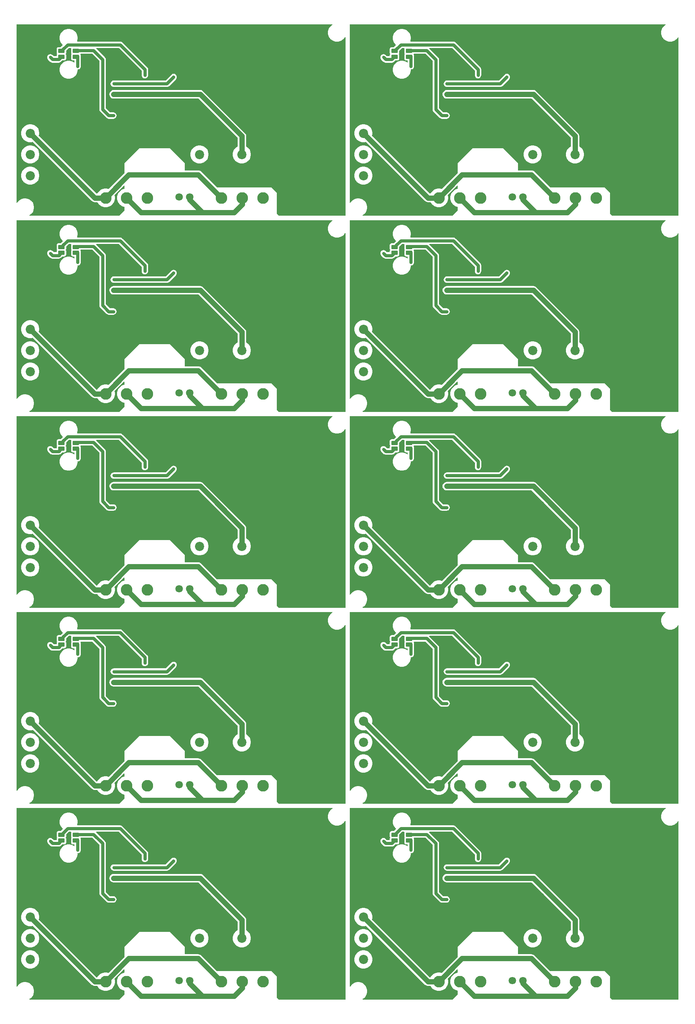
<source format=gbl>
G04*
G04 #@! TF.GenerationSoftware,Altium Limited,Altium Designer,19.1.8 (144)*
G04*
G04 Layer_Physical_Order=2*
G04 Layer_Color=16711680*
%FSLAX43Y43*%
%MOMM*%
G71*
G01*
G75*
%ADD20C,0.762*%
%ADD21C,1.270*%
%ADD23C,2.200*%
%ADD24C,2.800*%
%ADD25C,1.800*%
%ADD26C,0.711*%
G04:AMPARAMS|DCode=27|XSize=1.5mm|YSize=1mm|CornerRadius=0.05mm|HoleSize=0mm|Usage=FLASHONLY|Rotation=0.000|XOffset=0mm|YOffset=0mm|HoleType=Round|Shape=RoundedRectangle|*
%AMROUNDEDRECTD27*
21,1,1.500,0.900,0,0,0.0*
21,1,1.400,1.000,0,0,0.0*
1,1,0.100,0.700,-0.450*
1,1,0.100,-0.700,-0.450*
1,1,0.100,-0.700,0.450*
1,1,0.100,0.700,0.450*
%
%ADD27ROUNDEDRECTD27*%
G36*
X156415Y234355D02*
X156087Y234136D01*
X155784Y233833D01*
X155547Y233478D01*
X155383Y233083D01*
X155300Y232664D01*
Y232236D01*
X155383Y231817D01*
X155547Y231422D01*
X155784Y231067D01*
X156087Y230764D01*
X156442Y230527D01*
X156837Y230363D01*
X157256Y230280D01*
X157684D01*
X158103Y230363D01*
X158498Y230527D01*
X158853Y230764D01*
X159156Y231067D01*
X159355Y231365D01*
X159482Y231326D01*
Y188518D01*
X143490D01*
X142992Y189016D01*
Y194096D01*
X141722Y195366D01*
X138674D01*
X128613Y195366D01*
X124866Y199113D01*
X124654Y199276D01*
X124407Y199378D01*
X124141Y199413D01*
X124141Y199413D01*
X120894D01*
X120894Y201208D01*
X117338Y204764D01*
X109972D01*
X106416Y201208D01*
Y198775D01*
X102608Y194967D01*
X102573Y194982D01*
X102140Y195068D01*
X101700D01*
X101267Y194982D01*
X100860Y194813D01*
X100493Y194568D01*
X100182Y194257D01*
X99937Y193890D01*
X99922Y193855D01*
X99724D01*
X85895Y207684D01*
X85897Y207687D01*
X85980Y208106D01*
Y208534D01*
X85897Y208953D01*
X85733Y209348D01*
X85496Y209703D01*
X85193Y210006D01*
X84838Y210243D01*
X84443Y210407D01*
X84024Y210490D01*
X83596D01*
X83177Y210407D01*
X82782Y210243D01*
X82427Y210006D01*
X82124Y209703D01*
X81887Y209348D01*
X81723Y208953D01*
X81640Y208534D01*
Y208106D01*
X81723Y207687D01*
X81887Y207292D01*
X82124Y206937D01*
X82427Y206634D01*
X82782Y206397D01*
X83177Y206233D01*
X83596Y206150D01*
X84024D01*
X84443Y206233D01*
X84446Y206235D01*
X98575Y192105D01*
X98575Y192105D01*
X98788Y191943D01*
X99035Y191840D01*
X99300Y191805D01*
X99922D01*
X99937Y191770D01*
X100182Y191403D01*
X100493Y191092D01*
X100860Y190847D01*
X101267Y190678D01*
X101700Y190592D01*
X102140D01*
X102573Y190678D01*
X102980Y190847D01*
X103347Y191092D01*
X103658Y191403D01*
X103903Y191770D01*
X104072Y192177D01*
X104158Y192610D01*
Y193050D01*
X104072Y193483D01*
X104057Y193518D01*
X106299Y195759D01*
X106416Y195711D01*
Y195012D01*
X106267Y194982D01*
X105860Y194813D01*
X105493Y194568D01*
X105182Y194257D01*
X104937Y193890D01*
X104768Y193483D01*
X104682Y193050D01*
Y192610D01*
X104768Y192177D01*
X104937Y191770D01*
X105182Y191403D01*
X105493Y191092D01*
X105860Y190847D01*
X106267Y190678D01*
X106416Y190648D01*
Y189778D01*
X105156Y188518D01*
X83649D01*
X83610Y188645D01*
X83923Y188854D01*
X84226Y189157D01*
X84463Y189512D01*
X84627Y189907D01*
X84710Y190326D01*
Y190754D01*
X84627Y191173D01*
X84463Y191568D01*
X84226Y191923D01*
X83923Y192226D01*
X83568Y192463D01*
X83173Y192627D01*
X82754Y192710D01*
X82326D01*
X81907Y192627D01*
X81512Y192463D01*
X81157Y192226D01*
X80854Y191923D01*
X80645Y191610D01*
X80518Y191649D01*
Y234482D01*
X156388D01*
X156415Y234355D01*
D02*
G37*
G36*
X76415D02*
X76087Y234136D01*
X75784Y233833D01*
X75547Y233478D01*
X75383Y233083D01*
X75300Y232664D01*
Y232236D01*
X75383Y231817D01*
X75547Y231422D01*
X75784Y231067D01*
X76087Y230764D01*
X76442Y230527D01*
X76837Y230363D01*
X77256Y230280D01*
X77684D01*
X78103Y230363D01*
X78498Y230527D01*
X78853Y230764D01*
X79156Y231067D01*
X79355Y231365D01*
X79482Y231326D01*
Y188518D01*
X63490D01*
X62992Y189016D01*
Y194096D01*
X61722Y195366D01*
X58674D01*
X48613Y195366D01*
X44866Y199113D01*
X44654Y199276D01*
X44407Y199378D01*
X44141Y199413D01*
X44141Y199413D01*
X40894D01*
X40894Y201208D01*
X37338Y204764D01*
X29972D01*
X26416Y201208D01*
Y198775D01*
X22608Y194967D01*
X22573Y194982D01*
X22140Y195068D01*
X21700D01*
X21267Y194982D01*
X20860Y194813D01*
X20493Y194568D01*
X20182Y194257D01*
X19937Y193890D01*
X19922Y193855D01*
X19724D01*
X5895Y207684D01*
X5897Y207687D01*
X5980Y208106D01*
Y208534D01*
X5897Y208953D01*
X5733Y209348D01*
X5496Y209703D01*
X5193Y210006D01*
X4838Y210243D01*
X4443Y210407D01*
X4024Y210490D01*
X3596D01*
X3177Y210407D01*
X2782Y210243D01*
X2427Y210006D01*
X2124Y209703D01*
X1887Y209348D01*
X1723Y208953D01*
X1640Y208534D01*
Y208106D01*
X1723Y207687D01*
X1887Y207292D01*
X2124Y206937D01*
X2427Y206634D01*
X2782Y206397D01*
X3177Y206233D01*
X3596Y206150D01*
X4024D01*
X4443Y206233D01*
X4446Y206235D01*
X18575Y192105D01*
X18575Y192105D01*
X18788Y191943D01*
X19035Y191840D01*
X19300Y191805D01*
X19922D01*
X19937Y191770D01*
X20182Y191403D01*
X20493Y191092D01*
X20860Y190847D01*
X21267Y190678D01*
X21700Y190592D01*
X22140D01*
X22573Y190678D01*
X22980Y190847D01*
X23347Y191092D01*
X23658Y191403D01*
X23903Y191770D01*
X24072Y192177D01*
X24158Y192610D01*
Y193050D01*
X24072Y193483D01*
X24057Y193518D01*
X26299Y195759D01*
X26416Y195711D01*
Y195012D01*
X26267Y194982D01*
X25860Y194813D01*
X25493Y194568D01*
X25182Y194257D01*
X24937Y193890D01*
X24768Y193483D01*
X24682Y193050D01*
Y192610D01*
X24768Y192177D01*
X24937Y191770D01*
X25182Y191403D01*
X25493Y191092D01*
X25860Y190847D01*
X26267Y190678D01*
X26416Y190648D01*
Y189778D01*
X25156Y188518D01*
X3649D01*
X3610Y188645D01*
X3923Y188854D01*
X4226Y189157D01*
X4463Y189512D01*
X4627Y189907D01*
X4710Y190326D01*
Y190754D01*
X4627Y191173D01*
X4463Y191568D01*
X4226Y191923D01*
X3923Y192226D01*
X3568Y192463D01*
X3173Y192627D01*
X2754Y192710D01*
X2326D01*
X1907Y192627D01*
X1512Y192463D01*
X1157Y192226D01*
X854Y191923D01*
X645Y191610D01*
X518Y191649D01*
Y234482D01*
X76388D01*
X76415Y234355D01*
D02*
G37*
G36*
X156415Y187355D02*
X156087Y187136D01*
X155784Y186833D01*
X155547Y186478D01*
X155383Y186083D01*
X155300Y185664D01*
Y185236D01*
X155383Y184817D01*
X155547Y184422D01*
X155784Y184067D01*
X156087Y183764D01*
X156442Y183527D01*
X156837Y183363D01*
X157256Y183280D01*
X157684D01*
X158103Y183363D01*
X158498Y183527D01*
X158853Y183764D01*
X159156Y184067D01*
X159355Y184365D01*
X159482Y184326D01*
Y141518D01*
X143490D01*
X142992Y142016D01*
Y147096D01*
X141722Y148366D01*
X138674D01*
X128613Y148366D01*
X124866Y152113D01*
X124654Y152276D01*
X124407Y152378D01*
X124141Y152413D01*
X124141Y152413D01*
X120894D01*
X120894Y154208D01*
X117338Y157764D01*
X109972D01*
X106416Y154208D01*
Y151775D01*
X102608Y147967D01*
X102573Y147982D01*
X102140Y148068D01*
X101700D01*
X101267Y147982D01*
X100860Y147813D01*
X100493Y147568D01*
X100182Y147257D01*
X99937Y146890D01*
X99922Y146855D01*
X99724D01*
X85895Y160684D01*
X85897Y160687D01*
X85980Y161106D01*
Y161534D01*
X85897Y161953D01*
X85733Y162348D01*
X85496Y162703D01*
X85193Y163006D01*
X84838Y163243D01*
X84443Y163407D01*
X84024Y163490D01*
X83596D01*
X83177Y163407D01*
X82782Y163243D01*
X82427Y163006D01*
X82124Y162703D01*
X81887Y162348D01*
X81723Y161953D01*
X81640Y161534D01*
Y161106D01*
X81723Y160687D01*
X81887Y160292D01*
X82124Y159937D01*
X82427Y159634D01*
X82782Y159397D01*
X83177Y159233D01*
X83596Y159150D01*
X84024D01*
X84443Y159233D01*
X84446Y159235D01*
X98575Y145105D01*
X98575Y145105D01*
X98788Y144943D01*
X99035Y144840D01*
X99300Y144805D01*
X99922D01*
X99937Y144770D01*
X100182Y144403D01*
X100493Y144092D01*
X100860Y143847D01*
X101267Y143678D01*
X101700Y143592D01*
X102140D01*
X102573Y143678D01*
X102980Y143847D01*
X103347Y144092D01*
X103658Y144403D01*
X103903Y144770D01*
X104072Y145177D01*
X104158Y145610D01*
Y146050D01*
X104072Y146483D01*
X104057Y146518D01*
X106299Y148759D01*
X106416Y148711D01*
Y148012D01*
X106267Y147982D01*
X105860Y147813D01*
X105493Y147568D01*
X105182Y147257D01*
X104937Y146890D01*
X104768Y146483D01*
X104682Y146050D01*
Y145610D01*
X104768Y145177D01*
X104937Y144770D01*
X105182Y144403D01*
X105493Y144092D01*
X105860Y143847D01*
X106267Y143678D01*
X106416Y143648D01*
Y142778D01*
X105156Y141518D01*
X83649D01*
X83610Y141645D01*
X83923Y141854D01*
X84226Y142157D01*
X84463Y142512D01*
X84627Y142907D01*
X84710Y143326D01*
Y143754D01*
X84627Y144173D01*
X84463Y144568D01*
X84226Y144923D01*
X83923Y145226D01*
X83568Y145463D01*
X83173Y145627D01*
X82754Y145710D01*
X82326D01*
X81907Y145627D01*
X81512Y145463D01*
X81157Y145226D01*
X80854Y144923D01*
X80645Y144610D01*
X80518Y144649D01*
Y187482D01*
X156388D01*
X156415Y187355D01*
D02*
G37*
G36*
X76415D02*
X76087Y187136D01*
X75784Y186833D01*
X75547Y186478D01*
X75383Y186083D01*
X75300Y185664D01*
Y185236D01*
X75383Y184817D01*
X75547Y184422D01*
X75784Y184067D01*
X76087Y183764D01*
X76442Y183527D01*
X76837Y183363D01*
X77256Y183280D01*
X77684D01*
X78103Y183363D01*
X78498Y183527D01*
X78853Y183764D01*
X79156Y184067D01*
X79355Y184365D01*
X79482Y184326D01*
Y141518D01*
X63490D01*
X62992Y142016D01*
Y147096D01*
X61722Y148366D01*
X58674D01*
X48613Y148366D01*
X44866Y152113D01*
X44654Y152276D01*
X44407Y152378D01*
X44141Y152413D01*
X44141Y152413D01*
X40894D01*
X40894Y154208D01*
X37338Y157764D01*
X29972D01*
X26416Y154208D01*
Y151775D01*
X22608Y147967D01*
X22573Y147982D01*
X22140Y148068D01*
X21700D01*
X21267Y147982D01*
X20860Y147813D01*
X20493Y147568D01*
X20182Y147257D01*
X19937Y146890D01*
X19922Y146855D01*
X19724D01*
X5895Y160684D01*
X5897Y160687D01*
X5980Y161106D01*
Y161534D01*
X5897Y161953D01*
X5733Y162348D01*
X5496Y162703D01*
X5193Y163006D01*
X4838Y163243D01*
X4443Y163407D01*
X4024Y163490D01*
X3596D01*
X3177Y163407D01*
X2782Y163243D01*
X2427Y163006D01*
X2124Y162703D01*
X1887Y162348D01*
X1723Y161953D01*
X1640Y161534D01*
Y161106D01*
X1723Y160687D01*
X1887Y160292D01*
X2124Y159937D01*
X2427Y159634D01*
X2782Y159397D01*
X3177Y159233D01*
X3596Y159150D01*
X4024D01*
X4443Y159233D01*
X4446Y159235D01*
X18575Y145105D01*
X18575Y145105D01*
X18788Y144943D01*
X19035Y144840D01*
X19300Y144805D01*
X19922D01*
X19937Y144770D01*
X20182Y144403D01*
X20493Y144092D01*
X20860Y143847D01*
X21267Y143678D01*
X21700Y143592D01*
X22140D01*
X22573Y143678D01*
X22980Y143847D01*
X23347Y144092D01*
X23658Y144403D01*
X23903Y144770D01*
X24072Y145177D01*
X24158Y145610D01*
Y146050D01*
X24072Y146483D01*
X24057Y146518D01*
X26299Y148759D01*
X26416Y148711D01*
Y148012D01*
X26267Y147982D01*
X25860Y147813D01*
X25493Y147568D01*
X25182Y147257D01*
X24937Y146890D01*
X24768Y146483D01*
X24682Y146050D01*
Y145610D01*
X24768Y145177D01*
X24937Y144770D01*
X25182Y144403D01*
X25493Y144092D01*
X25860Y143847D01*
X26267Y143678D01*
X26416Y143648D01*
Y142778D01*
X25156Y141518D01*
X3649D01*
X3610Y141645D01*
X3923Y141854D01*
X4226Y142157D01*
X4463Y142512D01*
X4627Y142907D01*
X4710Y143326D01*
Y143754D01*
X4627Y144173D01*
X4463Y144568D01*
X4226Y144923D01*
X3923Y145226D01*
X3568Y145463D01*
X3173Y145627D01*
X2754Y145710D01*
X2326D01*
X1907Y145627D01*
X1512Y145463D01*
X1157Y145226D01*
X854Y144923D01*
X645Y144610D01*
X518Y144649D01*
Y187482D01*
X76388D01*
X76415Y187355D01*
D02*
G37*
G36*
X156415Y140355D02*
X156087Y140136D01*
X155784Y139833D01*
X155547Y139478D01*
X155383Y139083D01*
X155300Y138664D01*
Y138236D01*
X155383Y137817D01*
X155547Y137422D01*
X155784Y137067D01*
X156087Y136764D01*
X156442Y136527D01*
X156837Y136363D01*
X157256Y136280D01*
X157684D01*
X158103Y136363D01*
X158498Y136527D01*
X158853Y136764D01*
X159156Y137067D01*
X159355Y137365D01*
X159482Y137326D01*
Y94518D01*
X143490D01*
X142992Y95016D01*
Y100096D01*
X141722Y101366D01*
X138674D01*
X128613Y101366D01*
X124866Y105113D01*
X124654Y105276D01*
X124407Y105378D01*
X124141Y105413D01*
X124141Y105413D01*
X120894D01*
X120894Y107208D01*
X117338Y110764D01*
X109972D01*
X106416Y107208D01*
Y104775D01*
X102608Y100967D01*
X102573Y100982D01*
X102140Y101068D01*
X101700D01*
X101267Y100982D01*
X100860Y100813D01*
X100493Y100568D01*
X100182Y100257D01*
X99937Y99890D01*
X99922Y99855D01*
X99724D01*
X85895Y113684D01*
X85897Y113687D01*
X85980Y114106D01*
Y114534D01*
X85897Y114953D01*
X85733Y115348D01*
X85496Y115703D01*
X85193Y116006D01*
X84838Y116243D01*
X84443Y116407D01*
X84024Y116490D01*
X83596D01*
X83177Y116407D01*
X82782Y116243D01*
X82427Y116006D01*
X82124Y115703D01*
X81887Y115348D01*
X81723Y114953D01*
X81640Y114534D01*
Y114106D01*
X81723Y113687D01*
X81887Y113292D01*
X82124Y112937D01*
X82427Y112634D01*
X82782Y112397D01*
X83177Y112233D01*
X83596Y112150D01*
X84024D01*
X84443Y112233D01*
X84446Y112235D01*
X98575Y98105D01*
X98575Y98105D01*
X98788Y97943D01*
X99035Y97840D01*
X99300Y97805D01*
X99922D01*
X99937Y97770D01*
X100182Y97403D01*
X100493Y97092D01*
X100860Y96847D01*
X101267Y96678D01*
X101700Y96592D01*
X102140D01*
X102573Y96678D01*
X102980Y96847D01*
X103347Y97092D01*
X103658Y97403D01*
X103903Y97770D01*
X104072Y98177D01*
X104158Y98610D01*
Y99050D01*
X104072Y99483D01*
X104057Y99518D01*
X106299Y101759D01*
X106416Y101711D01*
Y101012D01*
X106267Y100982D01*
X105860Y100813D01*
X105493Y100568D01*
X105182Y100257D01*
X104937Y99890D01*
X104768Y99483D01*
X104682Y99050D01*
Y98610D01*
X104768Y98177D01*
X104937Y97770D01*
X105182Y97403D01*
X105493Y97092D01*
X105860Y96847D01*
X106267Y96678D01*
X106416Y96648D01*
Y95778D01*
X105156Y94518D01*
X83649D01*
X83610Y94645D01*
X83923Y94854D01*
X84226Y95157D01*
X84463Y95512D01*
X84627Y95907D01*
X84710Y96326D01*
Y96754D01*
X84627Y97173D01*
X84463Y97568D01*
X84226Y97923D01*
X83923Y98226D01*
X83568Y98463D01*
X83173Y98627D01*
X82754Y98710D01*
X82326D01*
X81907Y98627D01*
X81512Y98463D01*
X81157Y98226D01*
X80854Y97923D01*
X80645Y97610D01*
X80518Y97649D01*
Y140482D01*
X156388D01*
X156415Y140355D01*
D02*
G37*
G36*
X76415D02*
X76087Y140136D01*
X75784Y139833D01*
X75547Y139478D01*
X75383Y139083D01*
X75300Y138664D01*
Y138236D01*
X75383Y137817D01*
X75547Y137422D01*
X75784Y137067D01*
X76087Y136764D01*
X76442Y136527D01*
X76837Y136363D01*
X77256Y136280D01*
X77684D01*
X78103Y136363D01*
X78498Y136527D01*
X78853Y136764D01*
X79156Y137067D01*
X79355Y137365D01*
X79482Y137326D01*
Y94518D01*
X63490D01*
X62992Y95016D01*
Y100096D01*
X61722Y101366D01*
X58674D01*
X48613Y101366D01*
X44866Y105113D01*
X44654Y105276D01*
X44407Y105378D01*
X44141Y105413D01*
X44141Y105413D01*
X40894D01*
X40894Y107208D01*
X37338Y110764D01*
X29972D01*
X26416Y107208D01*
Y104775D01*
X22608Y100967D01*
X22573Y100982D01*
X22140Y101068D01*
X21700D01*
X21267Y100982D01*
X20860Y100813D01*
X20493Y100568D01*
X20182Y100257D01*
X19937Y99890D01*
X19922Y99855D01*
X19724D01*
X5895Y113684D01*
X5897Y113687D01*
X5980Y114106D01*
Y114534D01*
X5897Y114953D01*
X5733Y115348D01*
X5496Y115703D01*
X5193Y116006D01*
X4838Y116243D01*
X4443Y116407D01*
X4024Y116490D01*
X3596D01*
X3177Y116407D01*
X2782Y116243D01*
X2427Y116006D01*
X2124Y115703D01*
X1887Y115348D01*
X1723Y114953D01*
X1640Y114534D01*
Y114106D01*
X1723Y113687D01*
X1887Y113292D01*
X2124Y112937D01*
X2427Y112634D01*
X2782Y112397D01*
X3177Y112233D01*
X3596Y112150D01*
X4024D01*
X4443Y112233D01*
X4446Y112235D01*
X18575Y98105D01*
X18575Y98105D01*
X18788Y97943D01*
X19035Y97840D01*
X19300Y97805D01*
X19922D01*
X19937Y97770D01*
X20182Y97403D01*
X20493Y97092D01*
X20860Y96847D01*
X21267Y96678D01*
X21700Y96592D01*
X22140D01*
X22573Y96678D01*
X22980Y96847D01*
X23347Y97092D01*
X23658Y97403D01*
X23903Y97770D01*
X24072Y98177D01*
X24158Y98610D01*
Y99050D01*
X24072Y99483D01*
X24057Y99518D01*
X26299Y101759D01*
X26416Y101711D01*
Y101012D01*
X26267Y100982D01*
X25860Y100813D01*
X25493Y100568D01*
X25182Y100257D01*
X24937Y99890D01*
X24768Y99483D01*
X24682Y99050D01*
Y98610D01*
X24768Y98177D01*
X24937Y97770D01*
X25182Y97403D01*
X25493Y97092D01*
X25860Y96847D01*
X26267Y96678D01*
X26416Y96648D01*
Y95778D01*
X25156Y94518D01*
X3649D01*
X3610Y94645D01*
X3923Y94854D01*
X4226Y95157D01*
X4463Y95512D01*
X4627Y95907D01*
X4710Y96326D01*
Y96754D01*
X4627Y97173D01*
X4463Y97568D01*
X4226Y97923D01*
X3923Y98226D01*
X3568Y98463D01*
X3173Y98627D01*
X2754Y98710D01*
X2326D01*
X1907Y98627D01*
X1512Y98463D01*
X1157Y98226D01*
X854Y97923D01*
X645Y97610D01*
X518Y97649D01*
Y140482D01*
X76388D01*
X76415Y140355D01*
D02*
G37*
G36*
X156415Y93355D02*
X156087Y93136D01*
X155784Y92833D01*
X155547Y92478D01*
X155383Y92083D01*
X155300Y91664D01*
Y91236D01*
X155383Y90817D01*
X155547Y90422D01*
X155784Y90067D01*
X156087Y89764D01*
X156442Y89527D01*
X156837Y89363D01*
X157256Y89280D01*
X157684D01*
X158103Y89363D01*
X158498Y89527D01*
X158853Y89764D01*
X159156Y90067D01*
X159355Y90365D01*
X159482Y90326D01*
Y47518D01*
X143490D01*
X142992Y48016D01*
Y53096D01*
X141722Y54366D01*
X138674D01*
X128613Y54366D01*
X124866Y58113D01*
X124654Y58276D01*
X124407Y58378D01*
X124141Y58413D01*
X124141Y58413D01*
X120894D01*
X120894Y60208D01*
X117338Y63764D01*
X109972D01*
X106416Y60208D01*
Y57775D01*
X102608Y53967D01*
X102573Y53982D01*
X102140Y54068D01*
X101700D01*
X101267Y53982D01*
X100860Y53813D01*
X100493Y53568D01*
X100182Y53257D01*
X99937Y52890D01*
X99922Y52855D01*
X99724D01*
X85895Y66684D01*
X85897Y66687D01*
X85980Y67106D01*
Y67534D01*
X85897Y67953D01*
X85733Y68348D01*
X85496Y68703D01*
X85193Y69006D01*
X84838Y69243D01*
X84443Y69407D01*
X84024Y69490D01*
X83596D01*
X83177Y69407D01*
X82782Y69243D01*
X82427Y69006D01*
X82124Y68703D01*
X81887Y68348D01*
X81723Y67953D01*
X81640Y67534D01*
Y67106D01*
X81723Y66687D01*
X81887Y66292D01*
X82124Y65937D01*
X82427Y65634D01*
X82782Y65397D01*
X83177Y65233D01*
X83596Y65150D01*
X84024D01*
X84443Y65233D01*
X84446Y65235D01*
X98575Y51105D01*
X98575Y51105D01*
X98788Y50943D01*
X99035Y50840D01*
X99300Y50805D01*
X99922D01*
X99937Y50770D01*
X100182Y50403D01*
X100493Y50092D01*
X100860Y49847D01*
X101267Y49678D01*
X101700Y49592D01*
X102140D01*
X102573Y49678D01*
X102980Y49847D01*
X103347Y50092D01*
X103658Y50403D01*
X103903Y50770D01*
X104072Y51177D01*
X104158Y51610D01*
Y52050D01*
X104072Y52483D01*
X104057Y52518D01*
X106299Y54759D01*
X106416Y54711D01*
Y54012D01*
X106267Y53982D01*
X105860Y53813D01*
X105493Y53568D01*
X105182Y53257D01*
X104937Y52890D01*
X104768Y52483D01*
X104682Y52050D01*
Y51610D01*
X104768Y51177D01*
X104937Y50770D01*
X105182Y50403D01*
X105493Y50092D01*
X105860Y49847D01*
X106267Y49678D01*
X106416Y49648D01*
Y48778D01*
X105156Y47518D01*
X83649D01*
X83610Y47645D01*
X83923Y47854D01*
X84226Y48157D01*
X84463Y48512D01*
X84627Y48907D01*
X84710Y49326D01*
Y49754D01*
X84627Y50173D01*
X84463Y50568D01*
X84226Y50923D01*
X83923Y51226D01*
X83568Y51463D01*
X83173Y51627D01*
X82754Y51710D01*
X82326D01*
X81907Y51627D01*
X81512Y51463D01*
X81157Y51226D01*
X80854Y50923D01*
X80645Y50610D01*
X80518Y50649D01*
Y93482D01*
X156388D01*
X156415Y93355D01*
D02*
G37*
G36*
X76415D02*
X76087Y93136D01*
X75784Y92833D01*
X75547Y92478D01*
X75383Y92083D01*
X75300Y91664D01*
Y91236D01*
X75383Y90817D01*
X75547Y90422D01*
X75784Y90067D01*
X76087Y89764D01*
X76442Y89527D01*
X76837Y89363D01*
X77256Y89280D01*
X77684D01*
X78103Y89363D01*
X78498Y89527D01*
X78853Y89764D01*
X79156Y90067D01*
X79355Y90365D01*
X79482Y90326D01*
Y47518D01*
X63490D01*
X62992Y48016D01*
Y53096D01*
X61722Y54366D01*
X58674D01*
X48613Y54366D01*
X44866Y58113D01*
X44654Y58276D01*
X44407Y58378D01*
X44141Y58413D01*
X44141Y58413D01*
X40894D01*
X40894Y60208D01*
X37338Y63764D01*
X29972D01*
X26416Y60208D01*
Y57775D01*
X22608Y53967D01*
X22573Y53982D01*
X22140Y54068D01*
X21700D01*
X21267Y53982D01*
X20860Y53813D01*
X20493Y53568D01*
X20182Y53257D01*
X19937Y52890D01*
X19922Y52855D01*
X19724D01*
X5895Y66684D01*
X5897Y66687D01*
X5980Y67106D01*
Y67534D01*
X5897Y67953D01*
X5733Y68348D01*
X5496Y68703D01*
X5193Y69006D01*
X4838Y69243D01*
X4443Y69407D01*
X4024Y69490D01*
X3596D01*
X3177Y69407D01*
X2782Y69243D01*
X2427Y69006D01*
X2124Y68703D01*
X1887Y68348D01*
X1723Y67953D01*
X1640Y67534D01*
Y67106D01*
X1723Y66687D01*
X1887Y66292D01*
X2124Y65937D01*
X2427Y65634D01*
X2782Y65397D01*
X3177Y65233D01*
X3596Y65150D01*
X4024D01*
X4443Y65233D01*
X4446Y65235D01*
X18575Y51105D01*
X18575Y51105D01*
X18788Y50943D01*
X19035Y50840D01*
X19300Y50805D01*
X19922D01*
X19937Y50770D01*
X20182Y50403D01*
X20493Y50092D01*
X20860Y49847D01*
X21267Y49678D01*
X21700Y49592D01*
X22140D01*
X22573Y49678D01*
X22980Y49847D01*
X23347Y50092D01*
X23658Y50403D01*
X23903Y50770D01*
X24072Y51177D01*
X24158Y51610D01*
Y52050D01*
X24072Y52483D01*
X24057Y52518D01*
X26299Y54759D01*
X26416Y54711D01*
Y54012D01*
X26267Y53982D01*
X25860Y53813D01*
X25493Y53568D01*
X25182Y53257D01*
X24937Y52890D01*
X24768Y52483D01*
X24682Y52050D01*
Y51610D01*
X24768Y51177D01*
X24937Y50770D01*
X25182Y50403D01*
X25493Y50092D01*
X25860Y49847D01*
X26267Y49678D01*
X26416Y49648D01*
Y48778D01*
X25156Y47518D01*
X3649D01*
X3610Y47645D01*
X3923Y47854D01*
X4226Y48157D01*
X4463Y48512D01*
X4627Y48907D01*
X4710Y49326D01*
Y49754D01*
X4627Y50173D01*
X4463Y50568D01*
X4226Y50923D01*
X3923Y51226D01*
X3568Y51463D01*
X3173Y51627D01*
X2754Y51710D01*
X2326D01*
X1907Y51627D01*
X1512Y51463D01*
X1157Y51226D01*
X854Y50923D01*
X645Y50610D01*
X518Y50649D01*
Y93482D01*
X76388D01*
X76415Y93355D01*
D02*
G37*
G36*
X156415Y46355D02*
X156087Y46136D01*
X155784Y45833D01*
X155547Y45478D01*
X155383Y45083D01*
X155300Y44664D01*
Y44236D01*
X155383Y43817D01*
X155547Y43422D01*
X155784Y43067D01*
X156087Y42764D01*
X156442Y42527D01*
X156837Y42363D01*
X157256Y42280D01*
X157684D01*
X158103Y42363D01*
X158498Y42527D01*
X158853Y42764D01*
X159156Y43067D01*
X159355Y43365D01*
X159482Y43326D01*
Y518D01*
X143490D01*
X142992Y1016D01*
Y6096D01*
X141722Y7366D01*
X138674D01*
X128613Y7366D01*
X124866Y11113D01*
X124654Y11276D01*
X124407Y11378D01*
X124141Y11413D01*
X124141Y11413D01*
X120894D01*
X120894Y13208D01*
X117338Y16764D01*
X109972D01*
X106416Y13208D01*
Y10775D01*
X102608Y6967D01*
X102573Y6982D01*
X102140Y7068D01*
X101700D01*
X101267Y6982D01*
X100860Y6813D01*
X100493Y6568D01*
X100182Y6257D01*
X99937Y5890D01*
X99922Y5855D01*
X99724D01*
X85895Y19684D01*
X85897Y19687D01*
X85980Y20106D01*
Y20534D01*
X85897Y20953D01*
X85733Y21348D01*
X85496Y21703D01*
X85193Y22006D01*
X84838Y22243D01*
X84443Y22407D01*
X84024Y22490D01*
X83596D01*
X83177Y22407D01*
X82782Y22243D01*
X82427Y22006D01*
X82124Y21703D01*
X81887Y21348D01*
X81723Y20953D01*
X81640Y20534D01*
Y20106D01*
X81723Y19687D01*
X81887Y19292D01*
X82124Y18937D01*
X82427Y18634D01*
X82782Y18397D01*
X83177Y18233D01*
X83596Y18150D01*
X84024D01*
X84443Y18233D01*
X84446Y18235D01*
X98575Y4105D01*
X98575Y4105D01*
X98788Y3943D01*
X99035Y3840D01*
X99300Y3805D01*
X99922D01*
X99937Y3770D01*
X100182Y3403D01*
X100493Y3092D01*
X100860Y2847D01*
X101267Y2678D01*
X101700Y2592D01*
X102140D01*
X102573Y2678D01*
X102980Y2847D01*
X103347Y3092D01*
X103658Y3403D01*
X103903Y3770D01*
X104072Y4177D01*
X104158Y4610D01*
Y5050D01*
X104072Y5483D01*
X104057Y5518D01*
X106299Y7759D01*
X106416Y7711D01*
Y7012D01*
X106267Y6982D01*
X105860Y6813D01*
X105493Y6568D01*
X105182Y6257D01*
X104937Y5890D01*
X104768Y5483D01*
X104682Y5050D01*
Y4610D01*
X104768Y4177D01*
X104937Y3770D01*
X105182Y3403D01*
X105493Y3092D01*
X105860Y2847D01*
X106267Y2678D01*
X106416Y2648D01*
Y1778D01*
X105156Y518D01*
X83649D01*
X83610Y645D01*
X83923Y854D01*
X84226Y1157D01*
X84463Y1512D01*
X84627Y1907D01*
X84710Y2326D01*
Y2754D01*
X84627Y3173D01*
X84463Y3568D01*
X84226Y3923D01*
X83923Y4226D01*
X83568Y4463D01*
X83173Y4627D01*
X82754Y4710D01*
X82326D01*
X81907Y4627D01*
X81512Y4463D01*
X81157Y4226D01*
X80854Y3923D01*
X80645Y3610D01*
X80518Y3649D01*
Y46482D01*
X156388D01*
X156415Y46355D01*
D02*
G37*
G36*
X76415D02*
X76087Y46136D01*
X75784Y45833D01*
X75547Y45478D01*
X75383Y45083D01*
X75300Y44664D01*
Y44236D01*
X75383Y43817D01*
X75547Y43422D01*
X75784Y43067D01*
X76087Y42764D01*
X76442Y42527D01*
X76837Y42363D01*
X77256Y42280D01*
X77684D01*
X78103Y42363D01*
X78498Y42527D01*
X78853Y42764D01*
X79156Y43067D01*
X79355Y43365D01*
X79482Y43326D01*
Y518D01*
X63490D01*
X62992Y1016D01*
Y6096D01*
X61722Y7366D01*
X58674D01*
X48613Y7366D01*
X44866Y11113D01*
X44654Y11276D01*
X44407Y11378D01*
X44141Y11413D01*
X44141Y11413D01*
X40894D01*
X40894Y13208D01*
X37338Y16764D01*
X29972D01*
X26416Y13208D01*
Y10775D01*
X22608Y6967D01*
X22573Y6982D01*
X22140Y7068D01*
X21700D01*
X21267Y6982D01*
X20860Y6813D01*
X20493Y6568D01*
X20182Y6257D01*
X19937Y5890D01*
X19922Y5855D01*
X19724D01*
X5895Y19684D01*
X5897Y19687D01*
X5980Y20106D01*
Y20534D01*
X5897Y20953D01*
X5733Y21348D01*
X5496Y21703D01*
X5193Y22006D01*
X4838Y22243D01*
X4443Y22407D01*
X4024Y22490D01*
X3596D01*
X3177Y22407D01*
X2782Y22243D01*
X2427Y22006D01*
X2124Y21703D01*
X1887Y21348D01*
X1723Y20953D01*
X1640Y20534D01*
Y20106D01*
X1723Y19687D01*
X1887Y19292D01*
X2124Y18937D01*
X2427Y18634D01*
X2782Y18397D01*
X3177Y18233D01*
X3596Y18150D01*
X4024D01*
X4443Y18233D01*
X4446Y18235D01*
X18575Y4105D01*
X18575Y4105D01*
X18788Y3943D01*
X19035Y3840D01*
X19300Y3805D01*
X19922D01*
X19937Y3770D01*
X20182Y3403D01*
X20493Y3092D01*
X20860Y2847D01*
X21267Y2678D01*
X21700Y2592D01*
X22140D01*
X22573Y2678D01*
X22980Y2847D01*
X23347Y3092D01*
X23658Y3403D01*
X23903Y3770D01*
X24072Y4177D01*
X24158Y4610D01*
Y5050D01*
X24072Y5483D01*
X24057Y5518D01*
X26299Y7759D01*
X26416Y7711D01*
Y7012D01*
X26267Y6982D01*
X25860Y6813D01*
X25493Y6568D01*
X25182Y6257D01*
X24937Y5890D01*
X24768Y5483D01*
X24682Y5050D01*
Y4610D01*
X24768Y4177D01*
X24937Y3770D01*
X25182Y3403D01*
X25493Y3092D01*
X25860Y2847D01*
X26267Y2678D01*
X26416Y2648D01*
Y1778D01*
X25156Y518D01*
X3649D01*
X3610Y645D01*
X3923Y854D01*
X4226Y1157D01*
X4463Y1512D01*
X4627Y1907D01*
X4710Y2326D01*
Y2754D01*
X4627Y3173D01*
X4463Y3568D01*
X4226Y3923D01*
X3923Y4226D01*
X3568Y4463D01*
X3173Y4627D01*
X2754Y4710D01*
X2326D01*
X1907Y4627D01*
X1512Y4463D01*
X1157Y4226D01*
X854Y3923D01*
X645Y3610D01*
X518Y3649D01*
Y46482D01*
X76388D01*
X76415Y46355D01*
D02*
G37*
%LPC*%
G36*
X93234Y233350D02*
X92806D01*
X92387Y233267D01*
X91992Y233103D01*
X91637Y232866D01*
X91334Y232563D01*
X91097Y232208D01*
X90933Y231813D01*
X90850Y231394D01*
Y230966D01*
X90933Y230547D01*
X91097Y230152D01*
X91334Y229797D01*
X91634Y229497D01*
X91106Y228968D01*
X91088Y228945D01*
X90580D01*
X90412Y228912D01*
X90269Y228817D01*
X90174Y228674D01*
X90141Y228506D01*
Y227606D01*
X90174Y227438D01*
X90229Y227356D01*
X90174Y227274D01*
X90141Y227106D01*
Y226792D01*
X89462D01*
X89179Y227075D01*
X89020Y227197D01*
X88835Y227274D01*
X88636Y227300D01*
X88437Y227274D01*
X88252Y227197D01*
X88093Y227075D01*
X87970Y226916D01*
X87894Y226731D01*
X87867Y226532D01*
X87894Y226333D01*
X87970Y226148D01*
X88093Y225988D01*
X88601Y225480D01*
X88760Y225358D01*
X88945Y225281D01*
X89144Y225255D01*
X89144Y225255D01*
X90648D01*
X90847Y225281D01*
X91032Y225358D01*
X91192Y225480D01*
X91478Y225766D01*
X91980D01*
X92148Y225800D01*
X92291Y225895D01*
X92386Y226038D01*
X92420Y226206D01*
Y227106D01*
X92386Y227274D01*
X92331Y227356D01*
X92386Y227438D01*
X92420Y227606D01*
Y228108D01*
X93088Y228776D01*
X93601D01*
X93669Y228649D01*
X93641Y228506D01*
Y227606D01*
X93674Y227438D01*
X93729Y227356D01*
X93674Y227274D01*
X93641Y227106D01*
Y226206D01*
X93674Y226038D01*
X93769Y225895D01*
X93912Y225800D01*
X94080Y225766D01*
X94421D01*
Y225387D01*
X94294Y225319D01*
X94048Y225483D01*
X93653Y225647D01*
X93234Y225730D01*
X92806D01*
X92387Y225647D01*
X91992Y225483D01*
X91637Y225246D01*
X91334Y224943D01*
X91097Y224588D01*
X90933Y224193D01*
X90850Y223774D01*
Y223346D01*
X90933Y222927D01*
X91097Y222532D01*
X91334Y222177D01*
X91637Y221874D01*
X91992Y221637D01*
X92387Y221473D01*
X92806Y221390D01*
X93234D01*
X93653Y221473D01*
X94048Y221637D01*
X94403Y221874D01*
X94706Y222177D01*
X94943Y222532D01*
X95107Y222927D01*
X95190Y223346D01*
Y223630D01*
X95388Y223656D01*
X95573Y223733D01*
X95733Y223855D01*
X95855Y224014D01*
X95932Y224199D01*
X95958Y224398D01*
Y226786D01*
X95932Y226985D01*
X95920Y227014D01*
Y227106D01*
X95886Y227274D01*
X95886Y227274D01*
X95954Y227401D01*
X98694D01*
X100415Y225680D01*
Y214035D01*
X100441Y213836D01*
X100518Y213651D01*
X100640Y213492D01*
X102113Y212018D01*
X102273Y211896D01*
X102458Y211819D01*
X102657Y211793D01*
X103774D01*
X103973Y211819D01*
X104159Y211896D01*
X104318Y212018D01*
X104440Y212178D01*
X104517Y212363D01*
X104543Y212562D01*
X104517Y212761D01*
X104440Y212946D01*
X104318Y213105D01*
X104159Y213227D01*
X103973Y213304D01*
X103774Y213330D01*
X102975D01*
X101952Y214353D01*
Y225998D01*
X101926Y226197D01*
X101849Y226383D01*
X101727Y226542D01*
X101727Y226542D01*
X99620Y228649D01*
X99672Y228776D01*
X105091D01*
X110550Y223318D01*
Y222265D01*
X110576Y222066D01*
X110653Y221880D01*
X110775Y221721D01*
X110934Y221599D01*
X111119Y221522D01*
X111318Y221496D01*
X111517Y221522D01*
X111702Y221599D01*
X111862Y221721D01*
X111984Y221880D01*
X112061Y222066D01*
X112087Y222265D01*
Y223636D01*
X112087Y223636D01*
X112061Y223835D01*
X111984Y224020D01*
X111862Y224180D01*
X111862Y224180D01*
X105953Y230088D01*
X105794Y230211D01*
X105608Y230287D01*
X105409Y230314D01*
X95124D01*
X95054Y230419D01*
X95107Y230547D01*
X95190Y230966D01*
Y231394D01*
X95107Y231813D01*
X94943Y232208D01*
X94706Y232563D01*
X94403Y232866D01*
X94048Y233103D01*
X93653Y233267D01*
X93234Y233350D01*
D02*
G37*
G36*
X118227Y222576D02*
X118028Y222550D01*
X117843Y222473D01*
X117684Y222351D01*
X116308Y220976D01*
X103851D01*
X103652Y220950D01*
X103466Y220873D01*
X103307Y220751D01*
X103185Y220591D01*
X103108Y220406D01*
X103082Y220207D01*
X103108Y220008D01*
X103185Y219823D01*
X103307Y219664D01*
X103466Y219542D01*
X103652Y219465D01*
X103851Y219439D01*
X116627D01*
X116826Y219465D01*
X117011Y219542D01*
X117170Y219664D01*
X118770Y221264D01*
X118893Y221423D01*
X118969Y221608D01*
X118996Y221807D01*
X118969Y222006D01*
X118893Y222192D01*
X118770Y222351D01*
X118611Y222473D01*
X118426Y222550D01*
X118227Y222576D01*
D02*
G37*
G36*
X124602Y218692D02*
X124602Y218692D01*
X103825D01*
X103560Y218657D01*
X103313Y218555D01*
X103101Y218392D01*
X102938Y218180D01*
X102835Y217932D01*
X102800Y217667D01*
X102835Y217402D01*
X102938Y217155D01*
X103101Y216943D01*
X103313Y216780D01*
X103560Y216677D01*
X103825Y216642D01*
X124178D01*
X133585Y207235D01*
Y205165D01*
X133582Y205163D01*
X133227Y204926D01*
X132924Y204623D01*
X132687Y204268D01*
X132523Y203873D01*
X132440Y203454D01*
Y203026D01*
X132523Y202607D01*
X132687Y202212D01*
X132924Y201857D01*
X133227Y201554D01*
X133582Y201317D01*
X133977Y201153D01*
X134396Y201070D01*
X134824D01*
X135243Y201153D01*
X135638Y201317D01*
X135993Y201554D01*
X136296Y201857D01*
X136533Y202212D01*
X136697Y202607D01*
X136780Y203026D01*
Y203454D01*
X136697Y203873D01*
X136533Y204268D01*
X136296Y204623D01*
X135993Y204926D01*
X135638Y205163D01*
X135635Y205165D01*
Y207660D01*
X135600Y207925D01*
X135497Y208172D01*
X135335Y208384D01*
X135335Y208384D01*
X125327Y218392D01*
X125115Y218555D01*
X124868Y218657D01*
X124602Y218692D01*
D02*
G37*
G36*
X124664Y205410D02*
X124236D01*
X123817Y205327D01*
X123422Y205163D01*
X123067Y204926D01*
X122764Y204623D01*
X122527Y204268D01*
X122363Y203873D01*
X122280Y203454D01*
Y203026D01*
X122363Y202607D01*
X122527Y202212D01*
X122764Y201857D01*
X123067Y201554D01*
X123422Y201317D01*
X123817Y201153D01*
X124236Y201070D01*
X124664D01*
X125083Y201153D01*
X125478Y201317D01*
X125833Y201554D01*
X126136Y201857D01*
X126373Y202212D01*
X126537Y202607D01*
X126620Y203026D01*
Y203454D01*
X126537Y203873D01*
X126373Y204268D01*
X126136Y204623D01*
X125833Y204926D01*
X125478Y205163D01*
X125083Y205327D01*
X124664Y205410D01*
D02*
G37*
G36*
X84024D02*
X83596D01*
X83177Y205327D01*
X82782Y205163D01*
X82427Y204926D01*
X82124Y204623D01*
X81887Y204268D01*
X81723Y203873D01*
X81640Y203454D01*
Y203026D01*
X81723Y202607D01*
X81887Y202212D01*
X82124Y201857D01*
X82427Y201554D01*
X82782Y201317D01*
X83177Y201153D01*
X83596Y201070D01*
X84024D01*
X84443Y201153D01*
X84838Y201317D01*
X85193Y201554D01*
X85496Y201857D01*
X85733Y202212D01*
X85897Y202607D01*
X85980Y203026D01*
Y203454D01*
X85897Y203873D01*
X85733Y204268D01*
X85496Y204623D01*
X85193Y204926D01*
X84838Y205163D01*
X84443Y205327D01*
X84024Y205410D01*
D02*
G37*
G36*
Y200330D02*
X83596D01*
X83177Y200247D01*
X82782Y200083D01*
X82427Y199846D01*
X82124Y199543D01*
X81887Y199188D01*
X81723Y198793D01*
X81640Y198374D01*
Y197946D01*
X81723Y197527D01*
X81887Y197132D01*
X82124Y196777D01*
X82427Y196474D01*
X82782Y196237D01*
X83177Y196073D01*
X83596Y195990D01*
X84024D01*
X84443Y196073D01*
X84838Y196237D01*
X85193Y196474D01*
X85496Y196777D01*
X85733Y197132D01*
X85897Y197527D01*
X85980Y197946D01*
Y198374D01*
X85897Y198793D01*
X85733Y199188D01*
X85496Y199543D01*
X85193Y199846D01*
X84838Y200083D01*
X84443Y200247D01*
X84024Y200330D01*
D02*
G37*
G36*
X13234Y233350D02*
X12806D01*
X12387Y233267D01*
X11992Y233103D01*
X11637Y232866D01*
X11334Y232563D01*
X11097Y232208D01*
X10933Y231813D01*
X10850Y231394D01*
Y230966D01*
X10933Y230547D01*
X11097Y230152D01*
X11334Y229797D01*
X11634Y229497D01*
X11106Y228968D01*
X11088Y228945D01*
X10580D01*
X10412Y228912D01*
X10269Y228817D01*
X10174Y228674D01*
X10141Y228506D01*
Y227606D01*
X10174Y227438D01*
X10229Y227356D01*
X10174Y227274D01*
X10141Y227106D01*
Y226792D01*
X9462D01*
X9179Y227075D01*
X9020Y227197D01*
X8835Y227274D01*
X8636Y227300D01*
X8437Y227274D01*
X8252Y227197D01*
X8093Y227075D01*
X7970Y226916D01*
X7894Y226731D01*
X7867Y226532D01*
X7894Y226333D01*
X7970Y226148D01*
X8093Y225988D01*
X8601Y225480D01*
X8760Y225358D01*
X8945Y225281D01*
X9144Y225255D01*
X9144Y225255D01*
X10648D01*
X10847Y225281D01*
X11032Y225358D01*
X11192Y225480D01*
X11478Y225766D01*
X11980D01*
X12148Y225800D01*
X12291Y225895D01*
X12386Y226038D01*
X12420Y226206D01*
Y227106D01*
X12386Y227274D01*
X12331Y227356D01*
X12386Y227438D01*
X12420Y227606D01*
Y228108D01*
X13088Y228776D01*
X13601D01*
X13669Y228649D01*
X13641Y228506D01*
Y227606D01*
X13674Y227438D01*
X13729Y227356D01*
X13674Y227274D01*
X13641Y227106D01*
Y226206D01*
X13674Y226038D01*
X13769Y225895D01*
X13912Y225800D01*
X14080Y225766D01*
X14421D01*
Y225387D01*
X14294Y225319D01*
X14048Y225483D01*
X13653Y225647D01*
X13234Y225730D01*
X12806D01*
X12387Y225647D01*
X11992Y225483D01*
X11637Y225246D01*
X11334Y224943D01*
X11097Y224588D01*
X10933Y224193D01*
X10850Y223774D01*
Y223346D01*
X10933Y222927D01*
X11097Y222532D01*
X11334Y222177D01*
X11637Y221874D01*
X11992Y221637D01*
X12387Y221473D01*
X12806Y221390D01*
X13234D01*
X13653Y221473D01*
X14048Y221637D01*
X14403Y221874D01*
X14706Y222177D01*
X14943Y222532D01*
X15107Y222927D01*
X15190Y223346D01*
Y223630D01*
X15388Y223656D01*
X15573Y223733D01*
X15733Y223855D01*
X15855Y224014D01*
X15932Y224199D01*
X15958Y224398D01*
Y226786D01*
X15932Y226985D01*
X15920Y227014D01*
Y227106D01*
X15886Y227274D01*
X15886Y227274D01*
X15954Y227401D01*
X18694D01*
X20415Y225680D01*
Y214035D01*
X20441Y213836D01*
X20518Y213651D01*
X20640Y213492D01*
X22113Y212018D01*
X22273Y211896D01*
X22458Y211819D01*
X22657Y211793D01*
X23774D01*
X23973Y211819D01*
X24159Y211896D01*
X24318Y212018D01*
X24440Y212178D01*
X24517Y212363D01*
X24543Y212562D01*
X24517Y212761D01*
X24440Y212946D01*
X24318Y213105D01*
X24159Y213227D01*
X23973Y213304D01*
X23774Y213330D01*
X22975D01*
X21952Y214353D01*
Y225998D01*
X21926Y226197D01*
X21849Y226383D01*
X21727Y226542D01*
X21727Y226542D01*
X19620Y228649D01*
X19672Y228776D01*
X25091D01*
X30550Y223318D01*
Y222265D01*
X30576Y222066D01*
X30653Y221880D01*
X30775Y221721D01*
X30934Y221599D01*
X31119Y221522D01*
X31318Y221496D01*
X31517Y221522D01*
X31702Y221599D01*
X31862Y221721D01*
X31984Y221880D01*
X32061Y222066D01*
X32087Y222265D01*
Y223636D01*
X32087Y223636D01*
X32061Y223835D01*
X31984Y224020D01*
X31862Y224180D01*
X31862Y224180D01*
X25953Y230088D01*
X25794Y230211D01*
X25608Y230287D01*
X25409Y230314D01*
X15124D01*
X15054Y230419D01*
X15107Y230547D01*
X15190Y230966D01*
Y231394D01*
X15107Y231813D01*
X14943Y232208D01*
X14706Y232563D01*
X14403Y232866D01*
X14048Y233103D01*
X13653Y233267D01*
X13234Y233350D01*
D02*
G37*
G36*
X38227Y222576D02*
X38028Y222550D01*
X37843Y222473D01*
X37684Y222351D01*
X36308Y220976D01*
X23851D01*
X23652Y220950D01*
X23466Y220873D01*
X23307Y220751D01*
X23185Y220591D01*
X23108Y220406D01*
X23082Y220207D01*
X23108Y220008D01*
X23185Y219823D01*
X23307Y219664D01*
X23466Y219542D01*
X23652Y219465D01*
X23851Y219439D01*
X36627D01*
X36826Y219465D01*
X37011Y219542D01*
X37170Y219664D01*
X38770Y221264D01*
X38893Y221423D01*
X38969Y221608D01*
X38996Y221807D01*
X38969Y222006D01*
X38893Y222192D01*
X38770Y222351D01*
X38611Y222473D01*
X38426Y222550D01*
X38227Y222576D01*
D02*
G37*
G36*
X44602Y218692D02*
X44602Y218692D01*
X23825D01*
X23560Y218657D01*
X23313Y218555D01*
X23101Y218392D01*
X22938Y218180D01*
X22835Y217932D01*
X22800Y217667D01*
X22835Y217402D01*
X22938Y217155D01*
X23101Y216943D01*
X23313Y216780D01*
X23560Y216677D01*
X23825Y216642D01*
X44178D01*
X53585Y207235D01*
Y205165D01*
X53582Y205163D01*
X53227Y204926D01*
X52924Y204623D01*
X52687Y204268D01*
X52523Y203873D01*
X52440Y203454D01*
Y203026D01*
X52523Y202607D01*
X52687Y202212D01*
X52924Y201857D01*
X53227Y201554D01*
X53582Y201317D01*
X53977Y201153D01*
X54396Y201070D01*
X54824D01*
X55243Y201153D01*
X55638Y201317D01*
X55993Y201554D01*
X56296Y201857D01*
X56533Y202212D01*
X56697Y202607D01*
X56780Y203026D01*
Y203454D01*
X56697Y203873D01*
X56533Y204268D01*
X56296Y204623D01*
X55993Y204926D01*
X55638Y205163D01*
X55635Y205165D01*
Y207660D01*
X55600Y207925D01*
X55497Y208172D01*
X55335Y208384D01*
X55335Y208384D01*
X45327Y218392D01*
X45115Y218555D01*
X44868Y218657D01*
X44602Y218692D01*
D02*
G37*
G36*
X44664Y205410D02*
X44236D01*
X43817Y205327D01*
X43422Y205163D01*
X43067Y204926D01*
X42764Y204623D01*
X42527Y204268D01*
X42363Y203873D01*
X42280Y203454D01*
Y203026D01*
X42363Y202607D01*
X42527Y202212D01*
X42764Y201857D01*
X43067Y201554D01*
X43422Y201317D01*
X43817Y201153D01*
X44236Y201070D01*
X44664D01*
X45083Y201153D01*
X45478Y201317D01*
X45833Y201554D01*
X46136Y201857D01*
X46373Y202212D01*
X46537Y202607D01*
X46620Y203026D01*
Y203454D01*
X46537Y203873D01*
X46373Y204268D01*
X46136Y204623D01*
X45833Y204926D01*
X45478Y205163D01*
X45083Y205327D01*
X44664Y205410D01*
D02*
G37*
G36*
X4024D02*
X3596D01*
X3177Y205327D01*
X2782Y205163D01*
X2427Y204926D01*
X2124Y204623D01*
X1887Y204268D01*
X1723Y203873D01*
X1640Y203454D01*
Y203026D01*
X1723Y202607D01*
X1887Y202212D01*
X2124Y201857D01*
X2427Y201554D01*
X2782Y201317D01*
X3177Y201153D01*
X3596Y201070D01*
X4024D01*
X4443Y201153D01*
X4838Y201317D01*
X5193Y201554D01*
X5496Y201857D01*
X5733Y202212D01*
X5897Y202607D01*
X5980Y203026D01*
Y203454D01*
X5897Y203873D01*
X5733Y204268D01*
X5496Y204623D01*
X5193Y204926D01*
X4838Y205163D01*
X4443Y205327D01*
X4024Y205410D01*
D02*
G37*
G36*
Y200330D02*
X3596D01*
X3177Y200247D01*
X2782Y200083D01*
X2427Y199846D01*
X2124Y199543D01*
X1887Y199188D01*
X1723Y198793D01*
X1640Y198374D01*
Y197946D01*
X1723Y197527D01*
X1887Y197132D01*
X2124Y196777D01*
X2427Y196474D01*
X2782Y196237D01*
X3177Y196073D01*
X3596Y195990D01*
X4024D01*
X4443Y196073D01*
X4838Y196237D01*
X5193Y196474D01*
X5496Y196777D01*
X5733Y197132D01*
X5897Y197527D01*
X5980Y197946D01*
Y198374D01*
X5897Y198793D01*
X5733Y199188D01*
X5496Y199543D01*
X5193Y199846D01*
X4838Y200083D01*
X4443Y200247D01*
X4024Y200330D01*
D02*
G37*
G36*
X93234Y186350D02*
X92806D01*
X92387Y186267D01*
X91992Y186103D01*
X91637Y185866D01*
X91334Y185563D01*
X91097Y185208D01*
X90933Y184813D01*
X90850Y184394D01*
Y183966D01*
X90933Y183547D01*
X91097Y183152D01*
X91334Y182797D01*
X91634Y182497D01*
X91106Y181968D01*
X91088Y181945D01*
X90580D01*
X90412Y181912D01*
X90269Y181817D01*
X90174Y181674D01*
X90141Y181506D01*
Y180606D01*
X90174Y180438D01*
X90229Y180356D01*
X90174Y180274D01*
X90141Y180106D01*
Y179792D01*
X89462D01*
X89179Y180075D01*
X89020Y180197D01*
X88835Y180274D01*
X88636Y180300D01*
X88437Y180274D01*
X88252Y180197D01*
X88093Y180075D01*
X87970Y179916D01*
X87894Y179731D01*
X87867Y179532D01*
X87894Y179333D01*
X87970Y179148D01*
X88093Y178988D01*
X88601Y178480D01*
X88760Y178358D01*
X88945Y178281D01*
X89144Y178255D01*
X89144Y178255D01*
X90648D01*
X90847Y178281D01*
X91032Y178358D01*
X91192Y178480D01*
X91478Y178766D01*
X91980D01*
X92148Y178800D01*
X92291Y178895D01*
X92386Y179038D01*
X92420Y179206D01*
Y180106D01*
X92386Y180274D01*
X92331Y180356D01*
X92386Y180438D01*
X92420Y180606D01*
Y181108D01*
X93088Y181776D01*
X93601D01*
X93669Y181649D01*
X93641Y181506D01*
Y180606D01*
X93674Y180438D01*
X93729Y180356D01*
X93674Y180274D01*
X93641Y180106D01*
Y179206D01*
X93674Y179038D01*
X93769Y178895D01*
X93912Y178800D01*
X94080Y178766D01*
X94421D01*
Y178387D01*
X94294Y178319D01*
X94048Y178483D01*
X93653Y178647D01*
X93234Y178730D01*
X92806D01*
X92387Y178647D01*
X91992Y178483D01*
X91637Y178246D01*
X91334Y177943D01*
X91097Y177588D01*
X90933Y177193D01*
X90850Y176774D01*
Y176346D01*
X90933Y175927D01*
X91097Y175532D01*
X91334Y175177D01*
X91637Y174874D01*
X91992Y174637D01*
X92387Y174473D01*
X92806Y174390D01*
X93234D01*
X93653Y174473D01*
X94048Y174637D01*
X94403Y174874D01*
X94706Y175177D01*
X94943Y175532D01*
X95107Y175927D01*
X95190Y176346D01*
Y176630D01*
X95388Y176656D01*
X95573Y176733D01*
X95733Y176855D01*
X95855Y177014D01*
X95932Y177199D01*
X95958Y177398D01*
Y179786D01*
X95932Y179985D01*
X95920Y180014D01*
Y180106D01*
X95886Y180274D01*
X95886Y180274D01*
X95954Y180401D01*
X98694D01*
X100415Y178680D01*
Y167035D01*
X100441Y166836D01*
X100518Y166651D01*
X100640Y166492D01*
X102113Y165018D01*
X102273Y164896D01*
X102458Y164819D01*
X102657Y164793D01*
X103774D01*
X103973Y164819D01*
X104159Y164896D01*
X104318Y165018D01*
X104440Y165178D01*
X104517Y165363D01*
X104543Y165562D01*
X104517Y165761D01*
X104440Y165946D01*
X104318Y166105D01*
X104159Y166227D01*
X103973Y166304D01*
X103774Y166330D01*
X102975D01*
X101952Y167353D01*
Y178998D01*
X101926Y179197D01*
X101849Y179383D01*
X101727Y179542D01*
X101727Y179542D01*
X99620Y181649D01*
X99672Y181776D01*
X105091D01*
X110550Y176318D01*
Y175265D01*
X110576Y175066D01*
X110653Y174880D01*
X110775Y174721D01*
X110934Y174599D01*
X111119Y174522D01*
X111318Y174496D01*
X111517Y174522D01*
X111702Y174599D01*
X111862Y174721D01*
X111984Y174880D01*
X112061Y175066D01*
X112087Y175265D01*
Y176636D01*
X112087Y176636D01*
X112061Y176835D01*
X111984Y177020D01*
X111862Y177180D01*
X111862Y177180D01*
X105953Y183088D01*
X105794Y183211D01*
X105608Y183287D01*
X105409Y183314D01*
X95124D01*
X95054Y183419D01*
X95107Y183547D01*
X95190Y183966D01*
Y184394D01*
X95107Y184813D01*
X94943Y185208D01*
X94706Y185563D01*
X94403Y185866D01*
X94048Y186103D01*
X93653Y186267D01*
X93234Y186350D01*
D02*
G37*
G36*
X118227Y175576D02*
X118028Y175550D01*
X117843Y175473D01*
X117684Y175351D01*
X116308Y173976D01*
X103851D01*
X103652Y173950D01*
X103466Y173873D01*
X103307Y173751D01*
X103185Y173591D01*
X103108Y173406D01*
X103082Y173207D01*
X103108Y173008D01*
X103185Y172823D01*
X103307Y172664D01*
X103466Y172542D01*
X103652Y172465D01*
X103851Y172439D01*
X116627D01*
X116826Y172465D01*
X117011Y172542D01*
X117170Y172664D01*
X118770Y174264D01*
X118893Y174423D01*
X118969Y174608D01*
X118996Y174807D01*
X118969Y175006D01*
X118893Y175192D01*
X118770Y175351D01*
X118611Y175473D01*
X118426Y175550D01*
X118227Y175576D01*
D02*
G37*
G36*
X124602Y171692D02*
X124602Y171692D01*
X103825D01*
X103560Y171657D01*
X103313Y171555D01*
X103101Y171392D01*
X102938Y171180D01*
X102835Y170932D01*
X102800Y170667D01*
X102835Y170402D01*
X102938Y170155D01*
X103101Y169943D01*
X103313Y169780D01*
X103560Y169677D01*
X103825Y169642D01*
X124178D01*
X133585Y160235D01*
Y158165D01*
X133582Y158163D01*
X133227Y157926D01*
X132924Y157623D01*
X132687Y157268D01*
X132523Y156873D01*
X132440Y156454D01*
Y156026D01*
X132523Y155607D01*
X132687Y155212D01*
X132924Y154857D01*
X133227Y154554D01*
X133582Y154317D01*
X133977Y154153D01*
X134396Y154070D01*
X134824D01*
X135243Y154153D01*
X135638Y154317D01*
X135993Y154554D01*
X136296Y154857D01*
X136533Y155212D01*
X136697Y155607D01*
X136780Y156026D01*
Y156454D01*
X136697Y156873D01*
X136533Y157268D01*
X136296Y157623D01*
X135993Y157926D01*
X135638Y158163D01*
X135635Y158165D01*
Y160660D01*
X135600Y160925D01*
X135497Y161172D01*
X135335Y161384D01*
X135335Y161384D01*
X125327Y171392D01*
X125115Y171555D01*
X124868Y171657D01*
X124602Y171692D01*
D02*
G37*
G36*
X124664Y158410D02*
X124236D01*
X123817Y158327D01*
X123422Y158163D01*
X123067Y157926D01*
X122764Y157623D01*
X122527Y157268D01*
X122363Y156873D01*
X122280Y156454D01*
Y156026D01*
X122363Y155607D01*
X122527Y155212D01*
X122764Y154857D01*
X123067Y154554D01*
X123422Y154317D01*
X123817Y154153D01*
X124236Y154070D01*
X124664D01*
X125083Y154153D01*
X125478Y154317D01*
X125833Y154554D01*
X126136Y154857D01*
X126373Y155212D01*
X126537Y155607D01*
X126620Y156026D01*
Y156454D01*
X126537Y156873D01*
X126373Y157268D01*
X126136Y157623D01*
X125833Y157926D01*
X125478Y158163D01*
X125083Y158327D01*
X124664Y158410D01*
D02*
G37*
G36*
X84024D02*
X83596D01*
X83177Y158327D01*
X82782Y158163D01*
X82427Y157926D01*
X82124Y157623D01*
X81887Y157268D01*
X81723Y156873D01*
X81640Y156454D01*
Y156026D01*
X81723Y155607D01*
X81887Y155212D01*
X82124Y154857D01*
X82427Y154554D01*
X82782Y154317D01*
X83177Y154153D01*
X83596Y154070D01*
X84024D01*
X84443Y154153D01*
X84838Y154317D01*
X85193Y154554D01*
X85496Y154857D01*
X85733Y155212D01*
X85897Y155607D01*
X85980Y156026D01*
Y156454D01*
X85897Y156873D01*
X85733Y157268D01*
X85496Y157623D01*
X85193Y157926D01*
X84838Y158163D01*
X84443Y158327D01*
X84024Y158410D01*
D02*
G37*
G36*
Y153330D02*
X83596D01*
X83177Y153247D01*
X82782Y153083D01*
X82427Y152846D01*
X82124Y152543D01*
X81887Y152188D01*
X81723Y151793D01*
X81640Y151374D01*
Y150946D01*
X81723Y150527D01*
X81887Y150132D01*
X82124Y149777D01*
X82427Y149474D01*
X82782Y149237D01*
X83177Y149073D01*
X83596Y148990D01*
X84024D01*
X84443Y149073D01*
X84838Y149237D01*
X85193Y149474D01*
X85496Y149777D01*
X85733Y150132D01*
X85897Y150527D01*
X85980Y150946D01*
Y151374D01*
X85897Y151793D01*
X85733Y152188D01*
X85496Y152543D01*
X85193Y152846D01*
X84838Y153083D01*
X84443Y153247D01*
X84024Y153330D01*
D02*
G37*
G36*
X13234Y186350D02*
X12806D01*
X12387Y186267D01*
X11992Y186103D01*
X11637Y185866D01*
X11334Y185563D01*
X11097Y185208D01*
X10933Y184813D01*
X10850Y184394D01*
Y183966D01*
X10933Y183547D01*
X11097Y183152D01*
X11334Y182797D01*
X11634Y182497D01*
X11106Y181968D01*
X11088Y181945D01*
X10580D01*
X10412Y181912D01*
X10269Y181817D01*
X10174Y181674D01*
X10141Y181506D01*
Y180606D01*
X10174Y180438D01*
X10229Y180356D01*
X10174Y180274D01*
X10141Y180106D01*
Y179792D01*
X9462D01*
X9179Y180075D01*
X9020Y180197D01*
X8835Y180274D01*
X8636Y180300D01*
X8437Y180274D01*
X8252Y180197D01*
X8093Y180075D01*
X7970Y179916D01*
X7894Y179731D01*
X7867Y179532D01*
X7894Y179333D01*
X7970Y179148D01*
X8093Y178988D01*
X8601Y178480D01*
X8760Y178358D01*
X8945Y178281D01*
X9144Y178255D01*
X9144Y178255D01*
X10648D01*
X10847Y178281D01*
X11032Y178358D01*
X11192Y178480D01*
X11478Y178766D01*
X11980D01*
X12148Y178800D01*
X12291Y178895D01*
X12386Y179038D01*
X12420Y179206D01*
Y180106D01*
X12386Y180274D01*
X12331Y180356D01*
X12386Y180438D01*
X12420Y180606D01*
Y181108D01*
X13088Y181776D01*
X13601D01*
X13669Y181649D01*
X13641Y181506D01*
Y180606D01*
X13674Y180438D01*
X13729Y180356D01*
X13674Y180274D01*
X13641Y180106D01*
Y179206D01*
X13674Y179038D01*
X13769Y178895D01*
X13912Y178800D01*
X14080Y178766D01*
X14421D01*
Y178387D01*
X14294Y178319D01*
X14048Y178483D01*
X13653Y178647D01*
X13234Y178730D01*
X12806D01*
X12387Y178647D01*
X11992Y178483D01*
X11637Y178246D01*
X11334Y177943D01*
X11097Y177588D01*
X10933Y177193D01*
X10850Y176774D01*
Y176346D01*
X10933Y175927D01*
X11097Y175532D01*
X11334Y175177D01*
X11637Y174874D01*
X11992Y174637D01*
X12387Y174473D01*
X12806Y174390D01*
X13234D01*
X13653Y174473D01*
X14048Y174637D01*
X14403Y174874D01*
X14706Y175177D01*
X14943Y175532D01*
X15107Y175927D01*
X15190Y176346D01*
Y176630D01*
X15388Y176656D01*
X15573Y176733D01*
X15733Y176855D01*
X15855Y177014D01*
X15932Y177199D01*
X15958Y177398D01*
Y179786D01*
X15932Y179985D01*
X15920Y180014D01*
Y180106D01*
X15886Y180274D01*
X15886Y180274D01*
X15954Y180401D01*
X18694D01*
X20415Y178680D01*
Y167035D01*
X20441Y166836D01*
X20518Y166651D01*
X20640Y166492D01*
X22113Y165018D01*
X22273Y164896D01*
X22458Y164819D01*
X22657Y164793D01*
X23774D01*
X23973Y164819D01*
X24159Y164896D01*
X24318Y165018D01*
X24440Y165178D01*
X24517Y165363D01*
X24543Y165562D01*
X24517Y165761D01*
X24440Y165946D01*
X24318Y166105D01*
X24159Y166227D01*
X23973Y166304D01*
X23774Y166330D01*
X22975D01*
X21952Y167353D01*
Y178998D01*
X21926Y179197D01*
X21849Y179383D01*
X21727Y179542D01*
X21727Y179542D01*
X19620Y181649D01*
X19672Y181776D01*
X25091D01*
X30550Y176318D01*
Y175265D01*
X30576Y175066D01*
X30653Y174880D01*
X30775Y174721D01*
X30934Y174599D01*
X31119Y174522D01*
X31318Y174496D01*
X31517Y174522D01*
X31702Y174599D01*
X31862Y174721D01*
X31984Y174880D01*
X32061Y175066D01*
X32087Y175265D01*
Y176636D01*
X32087Y176636D01*
X32061Y176835D01*
X31984Y177020D01*
X31862Y177180D01*
X31862Y177180D01*
X25953Y183088D01*
X25794Y183211D01*
X25608Y183287D01*
X25409Y183314D01*
X15124D01*
X15054Y183419D01*
X15107Y183547D01*
X15190Y183966D01*
Y184394D01*
X15107Y184813D01*
X14943Y185208D01*
X14706Y185563D01*
X14403Y185866D01*
X14048Y186103D01*
X13653Y186267D01*
X13234Y186350D01*
D02*
G37*
G36*
X38227Y175576D02*
X38028Y175550D01*
X37843Y175473D01*
X37684Y175351D01*
X36308Y173976D01*
X23851D01*
X23652Y173950D01*
X23466Y173873D01*
X23307Y173751D01*
X23185Y173591D01*
X23108Y173406D01*
X23082Y173207D01*
X23108Y173008D01*
X23185Y172823D01*
X23307Y172664D01*
X23466Y172542D01*
X23652Y172465D01*
X23851Y172439D01*
X36627D01*
X36826Y172465D01*
X37011Y172542D01*
X37170Y172664D01*
X38770Y174264D01*
X38893Y174423D01*
X38969Y174608D01*
X38996Y174807D01*
X38969Y175006D01*
X38893Y175192D01*
X38770Y175351D01*
X38611Y175473D01*
X38426Y175550D01*
X38227Y175576D01*
D02*
G37*
G36*
X44602Y171692D02*
X44602Y171692D01*
X23825D01*
X23560Y171657D01*
X23313Y171555D01*
X23101Y171392D01*
X22938Y171180D01*
X22835Y170932D01*
X22800Y170667D01*
X22835Y170402D01*
X22938Y170155D01*
X23101Y169943D01*
X23313Y169780D01*
X23560Y169677D01*
X23825Y169642D01*
X44178D01*
X53585Y160235D01*
Y158165D01*
X53582Y158163D01*
X53227Y157926D01*
X52924Y157623D01*
X52687Y157268D01*
X52523Y156873D01*
X52440Y156454D01*
Y156026D01*
X52523Y155607D01*
X52687Y155212D01*
X52924Y154857D01*
X53227Y154554D01*
X53582Y154317D01*
X53977Y154153D01*
X54396Y154070D01*
X54824D01*
X55243Y154153D01*
X55638Y154317D01*
X55993Y154554D01*
X56296Y154857D01*
X56533Y155212D01*
X56697Y155607D01*
X56780Y156026D01*
Y156454D01*
X56697Y156873D01*
X56533Y157268D01*
X56296Y157623D01*
X55993Y157926D01*
X55638Y158163D01*
X55635Y158165D01*
Y160660D01*
X55600Y160925D01*
X55497Y161172D01*
X55335Y161384D01*
X55335Y161384D01*
X45327Y171392D01*
X45115Y171555D01*
X44868Y171657D01*
X44602Y171692D01*
D02*
G37*
G36*
X44664Y158410D02*
X44236D01*
X43817Y158327D01*
X43422Y158163D01*
X43067Y157926D01*
X42764Y157623D01*
X42527Y157268D01*
X42363Y156873D01*
X42280Y156454D01*
Y156026D01*
X42363Y155607D01*
X42527Y155212D01*
X42764Y154857D01*
X43067Y154554D01*
X43422Y154317D01*
X43817Y154153D01*
X44236Y154070D01*
X44664D01*
X45083Y154153D01*
X45478Y154317D01*
X45833Y154554D01*
X46136Y154857D01*
X46373Y155212D01*
X46537Y155607D01*
X46620Y156026D01*
Y156454D01*
X46537Y156873D01*
X46373Y157268D01*
X46136Y157623D01*
X45833Y157926D01*
X45478Y158163D01*
X45083Y158327D01*
X44664Y158410D01*
D02*
G37*
G36*
X4024D02*
X3596D01*
X3177Y158327D01*
X2782Y158163D01*
X2427Y157926D01*
X2124Y157623D01*
X1887Y157268D01*
X1723Y156873D01*
X1640Y156454D01*
Y156026D01*
X1723Y155607D01*
X1887Y155212D01*
X2124Y154857D01*
X2427Y154554D01*
X2782Y154317D01*
X3177Y154153D01*
X3596Y154070D01*
X4024D01*
X4443Y154153D01*
X4838Y154317D01*
X5193Y154554D01*
X5496Y154857D01*
X5733Y155212D01*
X5897Y155607D01*
X5980Y156026D01*
Y156454D01*
X5897Y156873D01*
X5733Y157268D01*
X5496Y157623D01*
X5193Y157926D01*
X4838Y158163D01*
X4443Y158327D01*
X4024Y158410D01*
D02*
G37*
G36*
Y153330D02*
X3596D01*
X3177Y153247D01*
X2782Y153083D01*
X2427Y152846D01*
X2124Y152543D01*
X1887Y152188D01*
X1723Y151793D01*
X1640Y151374D01*
Y150946D01*
X1723Y150527D01*
X1887Y150132D01*
X2124Y149777D01*
X2427Y149474D01*
X2782Y149237D01*
X3177Y149073D01*
X3596Y148990D01*
X4024D01*
X4443Y149073D01*
X4838Y149237D01*
X5193Y149474D01*
X5496Y149777D01*
X5733Y150132D01*
X5897Y150527D01*
X5980Y150946D01*
Y151374D01*
X5897Y151793D01*
X5733Y152188D01*
X5496Y152543D01*
X5193Y152846D01*
X4838Y153083D01*
X4443Y153247D01*
X4024Y153330D01*
D02*
G37*
G36*
X93234Y139350D02*
X92806D01*
X92387Y139267D01*
X91992Y139103D01*
X91637Y138866D01*
X91334Y138563D01*
X91097Y138208D01*
X90933Y137813D01*
X90850Y137394D01*
Y136966D01*
X90933Y136547D01*
X91097Y136152D01*
X91334Y135797D01*
X91634Y135497D01*
X91106Y134968D01*
X91088Y134945D01*
X90580D01*
X90412Y134912D01*
X90269Y134817D01*
X90174Y134674D01*
X90141Y134506D01*
Y133606D01*
X90174Y133438D01*
X90229Y133356D01*
X90174Y133274D01*
X90141Y133106D01*
Y132792D01*
X89462D01*
X89179Y133075D01*
X89020Y133197D01*
X88835Y133274D01*
X88636Y133300D01*
X88437Y133274D01*
X88252Y133197D01*
X88093Y133075D01*
X87970Y132916D01*
X87894Y132731D01*
X87867Y132532D01*
X87894Y132333D01*
X87970Y132148D01*
X88093Y131988D01*
X88601Y131480D01*
X88760Y131358D01*
X88945Y131281D01*
X89144Y131255D01*
X89144Y131255D01*
X90648D01*
X90847Y131281D01*
X91032Y131358D01*
X91192Y131480D01*
X91478Y131766D01*
X91980D01*
X92148Y131800D01*
X92291Y131895D01*
X92386Y132038D01*
X92420Y132206D01*
Y133106D01*
X92386Y133274D01*
X92331Y133356D01*
X92386Y133438D01*
X92420Y133606D01*
Y134108D01*
X93088Y134776D01*
X93601D01*
X93669Y134649D01*
X93641Y134506D01*
Y133606D01*
X93674Y133438D01*
X93729Y133356D01*
X93674Y133274D01*
X93641Y133106D01*
Y132206D01*
X93674Y132038D01*
X93769Y131895D01*
X93912Y131800D01*
X94080Y131766D01*
X94421D01*
Y131387D01*
X94294Y131319D01*
X94048Y131483D01*
X93653Y131647D01*
X93234Y131730D01*
X92806D01*
X92387Y131647D01*
X91992Y131483D01*
X91637Y131246D01*
X91334Y130943D01*
X91097Y130588D01*
X90933Y130193D01*
X90850Y129774D01*
Y129346D01*
X90933Y128927D01*
X91097Y128532D01*
X91334Y128177D01*
X91637Y127874D01*
X91992Y127637D01*
X92387Y127473D01*
X92806Y127390D01*
X93234D01*
X93653Y127473D01*
X94048Y127637D01*
X94403Y127874D01*
X94706Y128177D01*
X94943Y128532D01*
X95107Y128927D01*
X95190Y129346D01*
Y129630D01*
X95388Y129656D01*
X95573Y129733D01*
X95733Y129855D01*
X95855Y130014D01*
X95932Y130199D01*
X95958Y130398D01*
Y132786D01*
X95932Y132985D01*
X95920Y133014D01*
Y133106D01*
X95886Y133274D01*
X95886Y133274D01*
X95954Y133401D01*
X98694D01*
X100415Y131680D01*
Y120035D01*
X100441Y119836D01*
X100518Y119651D01*
X100640Y119492D01*
X102113Y118018D01*
X102273Y117896D01*
X102458Y117819D01*
X102657Y117793D01*
X103774D01*
X103973Y117819D01*
X104159Y117896D01*
X104318Y118018D01*
X104440Y118178D01*
X104517Y118363D01*
X104543Y118562D01*
X104517Y118761D01*
X104440Y118946D01*
X104318Y119105D01*
X104159Y119227D01*
X103973Y119304D01*
X103774Y119330D01*
X102975D01*
X101952Y120353D01*
Y131998D01*
X101926Y132197D01*
X101849Y132383D01*
X101727Y132542D01*
X101727Y132542D01*
X99620Y134649D01*
X99672Y134776D01*
X105091D01*
X110550Y129318D01*
Y128265D01*
X110576Y128066D01*
X110653Y127880D01*
X110775Y127721D01*
X110934Y127599D01*
X111119Y127522D01*
X111318Y127496D01*
X111517Y127522D01*
X111702Y127599D01*
X111862Y127721D01*
X111984Y127880D01*
X112061Y128066D01*
X112087Y128265D01*
Y129636D01*
X112087Y129636D01*
X112061Y129835D01*
X111984Y130020D01*
X111862Y130180D01*
X111862Y130180D01*
X105953Y136088D01*
X105794Y136211D01*
X105608Y136287D01*
X105409Y136314D01*
X95124D01*
X95054Y136419D01*
X95107Y136547D01*
X95190Y136966D01*
Y137394D01*
X95107Y137813D01*
X94943Y138208D01*
X94706Y138563D01*
X94403Y138866D01*
X94048Y139103D01*
X93653Y139267D01*
X93234Y139350D01*
D02*
G37*
G36*
X118227Y128576D02*
X118028Y128550D01*
X117843Y128473D01*
X117684Y128351D01*
X116308Y126976D01*
X103851D01*
X103652Y126950D01*
X103466Y126873D01*
X103307Y126751D01*
X103185Y126591D01*
X103108Y126406D01*
X103082Y126207D01*
X103108Y126008D01*
X103185Y125823D01*
X103307Y125664D01*
X103466Y125542D01*
X103652Y125465D01*
X103851Y125439D01*
X116627D01*
X116826Y125465D01*
X117011Y125542D01*
X117170Y125664D01*
X118770Y127264D01*
X118893Y127423D01*
X118969Y127608D01*
X118996Y127807D01*
X118969Y128006D01*
X118893Y128192D01*
X118770Y128351D01*
X118611Y128473D01*
X118426Y128550D01*
X118227Y128576D01*
D02*
G37*
G36*
X124602Y124692D02*
X124602Y124692D01*
X103825D01*
X103560Y124657D01*
X103313Y124555D01*
X103101Y124392D01*
X102938Y124180D01*
X102835Y123932D01*
X102800Y123667D01*
X102835Y123402D01*
X102938Y123155D01*
X103101Y122943D01*
X103313Y122780D01*
X103560Y122677D01*
X103825Y122642D01*
X124178D01*
X133585Y113235D01*
Y111165D01*
X133582Y111163D01*
X133227Y110926D01*
X132924Y110623D01*
X132687Y110268D01*
X132523Y109873D01*
X132440Y109454D01*
Y109026D01*
X132523Y108607D01*
X132687Y108212D01*
X132924Y107857D01*
X133227Y107554D01*
X133582Y107317D01*
X133977Y107153D01*
X134396Y107070D01*
X134824D01*
X135243Y107153D01*
X135638Y107317D01*
X135993Y107554D01*
X136296Y107857D01*
X136533Y108212D01*
X136697Y108607D01*
X136780Y109026D01*
Y109454D01*
X136697Y109873D01*
X136533Y110268D01*
X136296Y110623D01*
X135993Y110926D01*
X135638Y111163D01*
X135635Y111165D01*
Y113660D01*
X135600Y113925D01*
X135497Y114172D01*
X135335Y114384D01*
X135335Y114384D01*
X125327Y124392D01*
X125115Y124555D01*
X124868Y124657D01*
X124602Y124692D01*
D02*
G37*
G36*
X124664Y111410D02*
X124236D01*
X123817Y111327D01*
X123422Y111163D01*
X123067Y110926D01*
X122764Y110623D01*
X122527Y110268D01*
X122363Y109873D01*
X122280Y109454D01*
Y109026D01*
X122363Y108607D01*
X122527Y108212D01*
X122764Y107857D01*
X123067Y107554D01*
X123422Y107317D01*
X123817Y107153D01*
X124236Y107070D01*
X124664D01*
X125083Y107153D01*
X125478Y107317D01*
X125833Y107554D01*
X126136Y107857D01*
X126373Y108212D01*
X126537Y108607D01*
X126620Y109026D01*
Y109454D01*
X126537Y109873D01*
X126373Y110268D01*
X126136Y110623D01*
X125833Y110926D01*
X125478Y111163D01*
X125083Y111327D01*
X124664Y111410D01*
D02*
G37*
G36*
X84024D02*
X83596D01*
X83177Y111327D01*
X82782Y111163D01*
X82427Y110926D01*
X82124Y110623D01*
X81887Y110268D01*
X81723Y109873D01*
X81640Y109454D01*
Y109026D01*
X81723Y108607D01*
X81887Y108212D01*
X82124Y107857D01*
X82427Y107554D01*
X82782Y107317D01*
X83177Y107153D01*
X83596Y107070D01*
X84024D01*
X84443Y107153D01*
X84838Y107317D01*
X85193Y107554D01*
X85496Y107857D01*
X85733Y108212D01*
X85897Y108607D01*
X85980Y109026D01*
Y109454D01*
X85897Y109873D01*
X85733Y110268D01*
X85496Y110623D01*
X85193Y110926D01*
X84838Y111163D01*
X84443Y111327D01*
X84024Y111410D01*
D02*
G37*
G36*
Y106330D02*
X83596D01*
X83177Y106247D01*
X82782Y106083D01*
X82427Y105846D01*
X82124Y105543D01*
X81887Y105188D01*
X81723Y104793D01*
X81640Y104374D01*
Y103946D01*
X81723Y103527D01*
X81887Y103132D01*
X82124Y102777D01*
X82427Y102474D01*
X82782Y102237D01*
X83177Y102073D01*
X83596Y101990D01*
X84024D01*
X84443Y102073D01*
X84838Y102237D01*
X85193Y102474D01*
X85496Y102777D01*
X85733Y103132D01*
X85897Y103527D01*
X85980Y103946D01*
Y104374D01*
X85897Y104793D01*
X85733Y105188D01*
X85496Y105543D01*
X85193Y105846D01*
X84838Y106083D01*
X84443Y106247D01*
X84024Y106330D01*
D02*
G37*
G36*
X13234Y139350D02*
X12806D01*
X12387Y139267D01*
X11992Y139103D01*
X11637Y138866D01*
X11334Y138563D01*
X11097Y138208D01*
X10933Y137813D01*
X10850Y137394D01*
Y136966D01*
X10933Y136547D01*
X11097Y136152D01*
X11334Y135797D01*
X11634Y135497D01*
X11106Y134968D01*
X11088Y134945D01*
X10580D01*
X10412Y134912D01*
X10269Y134817D01*
X10174Y134674D01*
X10141Y134506D01*
Y133606D01*
X10174Y133438D01*
X10229Y133356D01*
X10174Y133274D01*
X10141Y133106D01*
Y132792D01*
X9462D01*
X9179Y133075D01*
X9020Y133197D01*
X8835Y133274D01*
X8636Y133300D01*
X8437Y133274D01*
X8252Y133197D01*
X8093Y133075D01*
X7970Y132916D01*
X7894Y132731D01*
X7867Y132532D01*
X7894Y132333D01*
X7970Y132148D01*
X8093Y131988D01*
X8601Y131480D01*
X8760Y131358D01*
X8945Y131281D01*
X9144Y131255D01*
X9144Y131255D01*
X10648D01*
X10847Y131281D01*
X11032Y131358D01*
X11192Y131480D01*
X11478Y131766D01*
X11980D01*
X12148Y131800D01*
X12291Y131895D01*
X12386Y132038D01*
X12420Y132206D01*
Y133106D01*
X12386Y133274D01*
X12331Y133356D01*
X12386Y133438D01*
X12420Y133606D01*
Y134108D01*
X13088Y134776D01*
X13601D01*
X13669Y134649D01*
X13641Y134506D01*
Y133606D01*
X13674Y133438D01*
X13729Y133356D01*
X13674Y133274D01*
X13641Y133106D01*
Y132206D01*
X13674Y132038D01*
X13769Y131895D01*
X13912Y131800D01*
X14080Y131766D01*
X14421D01*
Y131387D01*
X14294Y131319D01*
X14048Y131483D01*
X13653Y131647D01*
X13234Y131730D01*
X12806D01*
X12387Y131647D01*
X11992Y131483D01*
X11637Y131246D01*
X11334Y130943D01*
X11097Y130588D01*
X10933Y130193D01*
X10850Y129774D01*
Y129346D01*
X10933Y128927D01*
X11097Y128532D01*
X11334Y128177D01*
X11637Y127874D01*
X11992Y127637D01*
X12387Y127473D01*
X12806Y127390D01*
X13234D01*
X13653Y127473D01*
X14048Y127637D01*
X14403Y127874D01*
X14706Y128177D01*
X14943Y128532D01*
X15107Y128927D01*
X15190Y129346D01*
Y129630D01*
X15388Y129656D01*
X15573Y129733D01*
X15733Y129855D01*
X15855Y130014D01*
X15932Y130199D01*
X15958Y130398D01*
Y132786D01*
X15932Y132985D01*
X15920Y133014D01*
Y133106D01*
X15886Y133274D01*
X15886Y133274D01*
X15954Y133401D01*
X18694D01*
X20415Y131680D01*
Y120035D01*
X20441Y119836D01*
X20518Y119651D01*
X20640Y119492D01*
X22113Y118018D01*
X22273Y117896D01*
X22458Y117819D01*
X22657Y117793D01*
X23774D01*
X23973Y117819D01*
X24159Y117896D01*
X24318Y118018D01*
X24440Y118178D01*
X24517Y118363D01*
X24543Y118562D01*
X24517Y118761D01*
X24440Y118946D01*
X24318Y119105D01*
X24159Y119227D01*
X23973Y119304D01*
X23774Y119330D01*
X22975D01*
X21952Y120353D01*
Y131998D01*
X21926Y132197D01*
X21849Y132383D01*
X21727Y132542D01*
X21727Y132542D01*
X19620Y134649D01*
X19672Y134776D01*
X25091D01*
X30550Y129318D01*
Y128265D01*
X30576Y128066D01*
X30653Y127880D01*
X30775Y127721D01*
X30934Y127599D01*
X31119Y127522D01*
X31318Y127496D01*
X31517Y127522D01*
X31702Y127599D01*
X31862Y127721D01*
X31984Y127880D01*
X32061Y128066D01*
X32087Y128265D01*
Y129636D01*
X32087Y129636D01*
X32061Y129835D01*
X31984Y130020D01*
X31862Y130180D01*
X31862Y130180D01*
X25953Y136088D01*
X25794Y136211D01*
X25608Y136287D01*
X25409Y136314D01*
X15124D01*
X15054Y136419D01*
X15107Y136547D01*
X15190Y136966D01*
Y137394D01*
X15107Y137813D01*
X14943Y138208D01*
X14706Y138563D01*
X14403Y138866D01*
X14048Y139103D01*
X13653Y139267D01*
X13234Y139350D01*
D02*
G37*
G36*
X38227Y128576D02*
X38028Y128550D01*
X37843Y128473D01*
X37684Y128351D01*
X36308Y126976D01*
X23851D01*
X23652Y126950D01*
X23466Y126873D01*
X23307Y126751D01*
X23185Y126591D01*
X23108Y126406D01*
X23082Y126207D01*
X23108Y126008D01*
X23185Y125823D01*
X23307Y125664D01*
X23466Y125542D01*
X23652Y125465D01*
X23851Y125439D01*
X36627D01*
X36826Y125465D01*
X37011Y125542D01*
X37170Y125664D01*
X38770Y127264D01*
X38893Y127423D01*
X38969Y127608D01*
X38996Y127807D01*
X38969Y128006D01*
X38893Y128192D01*
X38770Y128351D01*
X38611Y128473D01*
X38426Y128550D01*
X38227Y128576D01*
D02*
G37*
G36*
X44602Y124692D02*
X44602Y124692D01*
X23825D01*
X23560Y124657D01*
X23313Y124555D01*
X23101Y124392D01*
X22938Y124180D01*
X22835Y123932D01*
X22800Y123667D01*
X22835Y123402D01*
X22938Y123155D01*
X23101Y122943D01*
X23313Y122780D01*
X23560Y122677D01*
X23825Y122642D01*
X44178D01*
X53585Y113235D01*
Y111165D01*
X53582Y111163D01*
X53227Y110926D01*
X52924Y110623D01*
X52687Y110268D01*
X52523Y109873D01*
X52440Y109454D01*
Y109026D01*
X52523Y108607D01*
X52687Y108212D01*
X52924Y107857D01*
X53227Y107554D01*
X53582Y107317D01*
X53977Y107153D01*
X54396Y107070D01*
X54824D01*
X55243Y107153D01*
X55638Y107317D01*
X55993Y107554D01*
X56296Y107857D01*
X56533Y108212D01*
X56697Y108607D01*
X56780Y109026D01*
Y109454D01*
X56697Y109873D01*
X56533Y110268D01*
X56296Y110623D01*
X55993Y110926D01*
X55638Y111163D01*
X55635Y111165D01*
Y113660D01*
X55600Y113925D01*
X55497Y114172D01*
X55335Y114384D01*
X55335Y114384D01*
X45327Y124392D01*
X45115Y124555D01*
X44868Y124657D01*
X44602Y124692D01*
D02*
G37*
G36*
X44664Y111410D02*
X44236D01*
X43817Y111327D01*
X43422Y111163D01*
X43067Y110926D01*
X42764Y110623D01*
X42527Y110268D01*
X42363Y109873D01*
X42280Y109454D01*
Y109026D01*
X42363Y108607D01*
X42527Y108212D01*
X42764Y107857D01*
X43067Y107554D01*
X43422Y107317D01*
X43817Y107153D01*
X44236Y107070D01*
X44664D01*
X45083Y107153D01*
X45478Y107317D01*
X45833Y107554D01*
X46136Y107857D01*
X46373Y108212D01*
X46537Y108607D01*
X46620Y109026D01*
Y109454D01*
X46537Y109873D01*
X46373Y110268D01*
X46136Y110623D01*
X45833Y110926D01*
X45478Y111163D01*
X45083Y111327D01*
X44664Y111410D01*
D02*
G37*
G36*
X4024D02*
X3596D01*
X3177Y111327D01*
X2782Y111163D01*
X2427Y110926D01*
X2124Y110623D01*
X1887Y110268D01*
X1723Y109873D01*
X1640Y109454D01*
Y109026D01*
X1723Y108607D01*
X1887Y108212D01*
X2124Y107857D01*
X2427Y107554D01*
X2782Y107317D01*
X3177Y107153D01*
X3596Y107070D01*
X4024D01*
X4443Y107153D01*
X4838Y107317D01*
X5193Y107554D01*
X5496Y107857D01*
X5733Y108212D01*
X5897Y108607D01*
X5980Y109026D01*
Y109454D01*
X5897Y109873D01*
X5733Y110268D01*
X5496Y110623D01*
X5193Y110926D01*
X4838Y111163D01*
X4443Y111327D01*
X4024Y111410D01*
D02*
G37*
G36*
Y106330D02*
X3596D01*
X3177Y106247D01*
X2782Y106083D01*
X2427Y105846D01*
X2124Y105543D01*
X1887Y105188D01*
X1723Y104793D01*
X1640Y104374D01*
Y103946D01*
X1723Y103527D01*
X1887Y103132D01*
X2124Y102777D01*
X2427Y102474D01*
X2782Y102237D01*
X3177Y102073D01*
X3596Y101990D01*
X4024D01*
X4443Y102073D01*
X4838Y102237D01*
X5193Y102474D01*
X5496Y102777D01*
X5733Y103132D01*
X5897Y103527D01*
X5980Y103946D01*
Y104374D01*
X5897Y104793D01*
X5733Y105188D01*
X5496Y105543D01*
X5193Y105846D01*
X4838Y106083D01*
X4443Y106247D01*
X4024Y106330D01*
D02*
G37*
G36*
X93234Y92350D02*
X92806D01*
X92387Y92267D01*
X91992Y92103D01*
X91637Y91866D01*
X91334Y91563D01*
X91097Y91208D01*
X90933Y90813D01*
X90850Y90394D01*
Y89966D01*
X90933Y89547D01*
X91097Y89152D01*
X91334Y88797D01*
X91634Y88497D01*
X91106Y87968D01*
X91088Y87945D01*
X90580D01*
X90412Y87912D01*
X90269Y87817D01*
X90174Y87674D01*
X90141Y87506D01*
Y86606D01*
X90174Y86438D01*
X90229Y86356D01*
X90174Y86274D01*
X90141Y86106D01*
Y85792D01*
X89462D01*
X89179Y86075D01*
X89020Y86197D01*
X88835Y86274D01*
X88636Y86300D01*
X88437Y86274D01*
X88252Y86197D01*
X88093Y86075D01*
X87970Y85916D01*
X87894Y85731D01*
X87867Y85532D01*
X87894Y85333D01*
X87970Y85148D01*
X88093Y84988D01*
X88601Y84480D01*
X88760Y84358D01*
X88945Y84281D01*
X89144Y84255D01*
X89144Y84255D01*
X90648D01*
X90847Y84281D01*
X91032Y84358D01*
X91192Y84480D01*
X91478Y84766D01*
X91980D01*
X92148Y84800D01*
X92291Y84895D01*
X92386Y85038D01*
X92420Y85206D01*
Y86106D01*
X92386Y86274D01*
X92331Y86356D01*
X92386Y86438D01*
X92420Y86606D01*
Y87108D01*
X93088Y87776D01*
X93601D01*
X93669Y87649D01*
X93641Y87506D01*
Y86606D01*
X93674Y86438D01*
X93729Y86356D01*
X93674Y86274D01*
X93641Y86106D01*
Y85206D01*
X93674Y85038D01*
X93769Y84895D01*
X93912Y84800D01*
X94080Y84766D01*
X94421D01*
Y84387D01*
X94294Y84319D01*
X94048Y84483D01*
X93653Y84647D01*
X93234Y84730D01*
X92806D01*
X92387Y84647D01*
X91992Y84483D01*
X91637Y84246D01*
X91334Y83943D01*
X91097Y83588D01*
X90933Y83193D01*
X90850Y82774D01*
Y82346D01*
X90933Y81927D01*
X91097Y81532D01*
X91334Y81177D01*
X91637Y80874D01*
X91992Y80637D01*
X92387Y80473D01*
X92806Y80390D01*
X93234D01*
X93653Y80473D01*
X94048Y80637D01*
X94403Y80874D01*
X94706Y81177D01*
X94943Y81532D01*
X95107Y81927D01*
X95190Y82346D01*
Y82630D01*
X95388Y82656D01*
X95573Y82733D01*
X95733Y82855D01*
X95855Y83014D01*
X95932Y83199D01*
X95958Y83398D01*
Y85786D01*
X95932Y85985D01*
X95920Y86014D01*
Y86106D01*
X95886Y86274D01*
X95886Y86274D01*
X95954Y86401D01*
X98694D01*
X100415Y84680D01*
Y73035D01*
X100441Y72836D01*
X100518Y72651D01*
X100640Y72492D01*
X102113Y71018D01*
X102273Y70896D01*
X102458Y70819D01*
X102657Y70793D01*
X103774D01*
X103973Y70819D01*
X104159Y70896D01*
X104318Y71018D01*
X104440Y71178D01*
X104517Y71363D01*
X104543Y71562D01*
X104517Y71761D01*
X104440Y71946D01*
X104318Y72105D01*
X104159Y72227D01*
X103973Y72304D01*
X103774Y72330D01*
X102975D01*
X101952Y73353D01*
Y84998D01*
X101926Y85197D01*
X101849Y85383D01*
X101727Y85542D01*
X101727Y85542D01*
X99620Y87649D01*
X99672Y87776D01*
X105091D01*
X110550Y82318D01*
Y81265D01*
X110576Y81066D01*
X110653Y80880D01*
X110775Y80721D01*
X110934Y80599D01*
X111119Y80522D01*
X111318Y80496D01*
X111517Y80522D01*
X111702Y80599D01*
X111862Y80721D01*
X111984Y80880D01*
X112061Y81066D01*
X112087Y81265D01*
Y82636D01*
X112087Y82636D01*
X112061Y82835D01*
X111984Y83020D01*
X111862Y83180D01*
X111862Y83180D01*
X105953Y89088D01*
X105794Y89211D01*
X105608Y89287D01*
X105409Y89314D01*
X95124D01*
X95054Y89419D01*
X95107Y89547D01*
X95190Y89966D01*
Y90394D01*
X95107Y90813D01*
X94943Y91208D01*
X94706Y91563D01*
X94403Y91866D01*
X94048Y92103D01*
X93653Y92267D01*
X93234Y92350D01*
D02*
G37*
G36*
X118227Y81576D02*
X118028Y81550D01*
X117843Y81473D01*
X117684Y81351D01*
X116308Y79976D01*
X103851D01*
X103652Y79950D01*
X103466Y79873D01*
X103307Y79751D01*
X103185Y79591D01*
X103108Y79406D01*
X103082Y79207D01*
X103108Y79008D01*
X103185Y78823D01*
X103307Y78664D01*
X103466Y78542D01*
X103652Y78465D01*
X103851Y78439D01*
X116627D01*
X116826Y78465D01*
X117011Y78542D01*
X117170Y78664D01*
X118770Y80264D01*
X118893Y80423D01*
X118969Y80608D01*
X118996Y80807D01*
X118969Y81006D01*
X118893Y81192D01*
X118770Y81351D01*
X118611Y81473D01*
X118426Y81550D01*
X118227Y81576D01*
D02*
G37*
G36*
X124602Y77692D02*
X124602Y77692D01*
X103825D01*
X103560Y77657D01*
X103313Y77555D01*
X103101Y77392D01*
X102938Y77180D01*
X102835Y76932D01*
X102800Y76667D01*
X102835Y76402D01*
X102938Y76155D01*
X103101Y75943D01*
X103313Y75780D01*
X103560Y75677D01*
X103825Y75642D01*
X124178D01*
X133585Y66235D01*
Y64165D01*
X133582Y64163D01*
X133227Y63926D01*
X132924Y63623D01*
X132687Y63268D01*
X132523Y62873D01*
X132440Y62454D01*
Y62026D01*
X132523Y61607D01*
X132687Y61212D01*
X132924Y60857D01*
X133227Y60554D01*
X133582Y60317D01*
X133977Y60153D01*
X134396Y60070D01*
X134824D01*
X135243Y60153D01*
X135638Y60317D01*
X135993Y60554D01*
X136296Y60857D01*
X136533Y61212D01*
X136697Y61607D01*
X136780Y62026D01*
Y62454D01*
X136697Y62873D01*
X136533Y63268D01*
X136296Y63623D01*
X135993Y63926D01*
X135638Y64163D01*
X135635Y64165D01*
Y66660D01*
X135600Y66925D01*
X135497Y67172D01*
X135335Y67384D01*
X135335Y67384D01*
X125327Y77392D01*
X125115Y77555D01*
X124868Y77657D01*
X124602Y77692D01*
D02*
G37*
G36*
X124664Y64410D02*
X124236D01*
X123817Y64327D01*
X123422Y64163D01*
X123067Y63926D01*
X122764Y63623D01*
X122527Y63268D01*
X122363Y62873D01*
X122280Y62454D01*
Y62026D01*
X122363Y61607D01*
X122527Y61212D01*
X122764Y60857D01*
X123067Y60554D01*
X123422Y60317D01*
X123817Y60153D01*
X124236Y60070D01*
X124664D01*
X125083Y60153D01*
X125478Y60317D01*
X125833Y60554D01*
X126136Y60857D01*
X126373Y61212D01*
X126537Y61607D01*
X126620Y62026D01*
Y62454D01*
X126537Y62873D01*
X126373Y63268D01*
X126136Y63623D01*
X125833Y63926D01*
X125478Y64163D01*
X125083Y64327D01*
X124664Y64410D01*
D02*
G37*
G36*
X84024D02*
X83596D01*
X83177Y64327D01*
X82782Y64163D01*
X82427Y63926D01*
X82124Y63623D01*
X81887Y63268D01*
X81723Y62873D01*
X81640Y62454D01*
Y62026D01*
X81723Y61607D01*
X81887Y61212D01*
X82124Y60857D01*
X82427Y60554D01*
X82782Y60317D01*
X83177Y60153D01*
X83596Y60070D01*
X84024D01*
X84443Y60153D01*
X84838Y60317D01*
X85193Y60554D01*
X85496Y60857D01*
X85733Y61212D01*
X85897Y61607D01*
X85980Y62026D01*
Y62454D01*
X85897Y62873D01*
X85733Y63268D01*
X85496Y63623D01*
X85193Y63926D01*
X84838Y64163D01*
X84443Y64327D01*
X84024Y64410D01*
D02*
G37*
G36*
Y59330D02*
X83596D01*
X83177Y59247D01*
X82782Y59083D01*
X82427Y58846D01*
X82124Y58543D01*
X81887Y58188D01*
X81723Y57793D01*
X81640Y57374D01*
Y56946D01*
X81723Y56527D01*
X81887Y56132D01*
X82124Y55777D01*
X82427Y55474D01*
X82782Y55237D01*
X83177Y55073D01*
X83596Y54990D01*
X84024D01*
X84443Y55073D01*
X84838Y55237D01*
X85193Y55474D01*
X85496Y55777D01*
X85733Y56132D01*
X85897Y56527D01*
X85980Y56946D01*
Y57374D01*
X85897Y57793D01*
X85733Y58188D01*
X85496Y58543D01*
X85193Y58846D01*
X84838Y59083D01*
X84443Y59247D01*
X84024Y59330D01*
D02*
G37*
G36*
X13234Y92350D02*
X12806D01*
X12387Y92267D01*
X11992Y92103D01*
X11637Y91866D01*
X11334Y91563D01*
X11097Y91208D01*
X10933Y90813D01*
X10850Y90394D01*
Y89966D01*
X10933Y89547D01*
X11097Y89152D01*
X11334Y88797D01*
X11634Y88497D01*
X11106Y87968D01*
X11088Y87945D01*
X10580D01*
X10412Y87912D01*
X10269Y87817D01*
X10174Y87674D01*
X10141Y87506D01*
Y86606D01*
X10174Y86438D01*
X10229Y86356D01*
X10174Y86274D01*
X10141Y86106D01*
Y85792D01*
X9462D01*
X9179Y86075D01*
X9020Y86197D01*
X8835Y86274D01*
X8636Y86300D01*
X8437Y86274D01*
X8252Y86197D01*
X8093Y86075D01*
X7970Y85916D01*
X7894Y85731D01*
X7867Y85532D01*
X7894Y85333D01*
X7970Y85148D01*
X8093Y84988D01*
X8601Y84480D01*
X8760Y84358D01*
X8945Y84281D01*
X9144Y84255D01*
X9144Y84255D01*
X10648D01*
X10847Y84281D01*
X11032Y84358D01*
X11192Y84480D01*
X11478Y84766D01*
X11980D01*
X12148Y84800D01*
X12291Y84895D01*
X12386Y85038D01*
X12420Y85206D01*
Y86106D01*
X12386Y86274D01*
X12331Y86356D01*
X12386Y86438D01*
X12420Y86606D01*
Y87108D01*
X13088Y87776D01*
X13601D01*
X13669Y87649D01*
X13641Y87506D01*
Y86606D01*
X13674Y86438D01*
X13729Y86356D01*
X13674Y86274D01*
X13641Y86106D01*
Y85206D01*
X13674Y85038D01*
X13769Y84895D01*
X13912Y84800D01*
X14080Y84766D01*
X14421D01*
Y84387D01*
X14294Y84319D01*
X14048Y84483D01*
X13653Y84647D01*
X13234Y84730D01*
X12806D01*
X12387Y84647D01*
X11992Y84483D01*
X11637Y84246D01*
X11334Y83943D01*
X11097Y83588D01*
X10933Y83193D01*
X10850Y82774D01*
Y82346D01*
X10933Y81927D01*
X11097Y81532D01*
X11334Y81177D01*
X11637Y80874D01*
X11992Y80637D01*
X12387Y80473D01*
X12806Y80390D01*
X13234D01*
X13653Y80473D01*
X14048Y80637D01*
X14403Y80874D01*
X14706Y81177D01*
X14943Y81532D01*
X15107Y81927D01*
X15190Y82346D01*
Y82630D01*
X15388Y82656D01*
X15573Y82733D01*
X15733Y82855D01*
X15855Y83014D01*
X15932Y83199D01*
X15958Y83398D01*
Y85786D01*
X15932Y85985D01*
X15920Y86014D01*
Y86106D01*
X15886Y86274D01*
X15886Y86274D01*
X15954Y86401D01*
X18694D01*
X20415Y84680D01*
Y73035D01*
X20441Y72836D01*
X20518Y72651D01*
X20640Y72492D01*
X22113Y71018D01*
X22273Y70896D01*
X22458Y70819D01*
X22657Y70793D01*
X23774D01*
X23973Y70819D01*
X24159Y70896D01*
X24318Y71018D01*
X24440Y71178D01*
X24517Y71363D01*
X24543Y71562D01*
X24517Y71761D01*
X24440Y71946D01*
X24318Y72105D01*
X24159Y72227D01*
X23973Y72304D01*
X23774Y72330D01*
X22975D01*
X21952Y73353D01*
Y84998D01*
X21926Y85197D01*
X21849Y85383D01*
X21727Y85542D01*
X21727Y85542D01*
X19620Y87649D01*
X19672Y87776D01*
X25091D01*
X30550Y82318D01*
Y81265D01*
X30576Y81066D01*
X30653Y80880D01*
X30775Y80721D01*
X30934Y80599D01*
X31119Y80522D01*
X31318Y80496D01*
X31517Y80522D01*
X31702Y80599D01*
X31862Y80721D01*
X31984Y80880D01*
X32061Y81066D01*
X32087Y81265D01*
Y82636D01*
X32087Y82636D01*
X32061Y82835D01*
X31984Y83020D01*
X31862Y83180D01*
X31862Y83180D01*
X25953Y89088D01*
X25794Y89211D01*
X25608Y89287D01*
X25409Y89314D01*
X15124D01*
X15054Y89419D01*
X15107Y89547D01*
X15190Y89966D01*
Y90394D01*
X15107Y90813D01*
X14943Y91208D01*
X14706Y91563D01*
X14403Y91866D01*
X14048Y92103D01*
X13653Y92267D01*
X13234Y92350D01*
D02*
G37*
G36*
X38227Y81576D02*
X38028Y81550D01*
X37843Y81473D01*
X37684Y81351D01*
X36308Y79976D01*
X23851D01*
X23652Y79950D01*
X23466Y79873D01*
X23307Y79751D01*
X23185Y79591D01*
X23108Y79406D01*
X23082Y79207D01*
X23108Y79008D01*
X23185Y78823D01*
X23307Y78664D01*
X23466Y78542D01*
X23652Y78465D01*
X23851Y78439D01*
X36627D01*
X36826Y78465D01*
X37011Y78542D01*
X37170Y78664D01*
X38770Y80264D01*
X38893Y80423D01*
X38969Y80608D01*
X38996Y80807D01*
X38969Y81006D01*
X38893Y81192D01*
X38770Y81351D01*
X38611Y81473D01*
X38426Y81550D01*
X38227Y81576D01*
D02*
G37*
G36*
X44602Y77692D02*
X44602Y77692D01*
X23825D01*
X23560Y77657D01*
X23313Y77555D01*
X23101Y77392D01*
X22938Y77180D01*
X22835Y76932D01*
X22800Y76667D01*
X22835Y76402D01*
X22938Y76155D01*
X23101Y75943D01*
X23313Y75780D01*
X23560Y75677D01*
X23825Y75642D01*
X44178D01*
X53585Y66235D01*
Y64165D01*
X53582Y64163D01*
X53227Y63926D01*
X52924Y63623D01*
X52687Y63268D01*
X52523Y62873D01*
X52440Y62454D01*
Y62026D01*
X52523Y61607D01*
X52687Y61212D01*
X52924Y60857D01*
X53227Y60554D01*
X53582Y60317D01*
X53977Y60153D01*
X54396Y60070D01*
X54824D01*
X55243Y60153D01*
X55638Y60317D01*
X55993Y60554D01*
X56296Y60857D01*
X56533Y61212D01*
X56697Y61607D01*
X56780Y62026D01*
Y62454D01*
X56697Y62873D01*
X56533Y63268D01*
X56296Y63623D01*
X55993Y63926D01*
X55638Y64163D01*
X55635Y64165D01*
Y66660D01*
X55600Y66925D01*
X55497Y67172D01*
X55335Y67384D01*
X55335Y67384D01*
X45327Y77392D01*
X45115Y77555D01*
X44868Y77657D01*
X44602Y77692D01*
D02*
G37*
G36*
X44664Y64410D02*
X44236D01*
X43817Y64327D01*
X43422Y64163D01*
X43067Y63926D01*
X42764Y63623D01*
X42527Y63268D01*
X42363Y62873D01*
X42280Y62454D01*
Y62026D01*
X42363Y61607D01*
X42527Y61212D01*
X42764Y60857D01*
X43067Y60554D01*
X43422Y60317D01*
X43817Y60153D01*
X44236Y60070D01*
X44664D01*
X45083Y60153D01*
X45478Y60317D01*
X45833Y60554D01*
X46136Y60857D01*
X46373Y61212D01*
X46537Y61607D01*
X46620Y62026D01*
Y62454D01*
X46537Y62873D01*
X46373Y63268D01*
X46136Y63623D01*
X45833Y63926D01*
X45478Y64163D01*
X45083Y64327D01*
X44664Y64410D01*
D02*
G37*
G36*
X4024D02*
X3596D01*
X3177Y64327D01*
X2782Y64163D01*
X2427Y63926D01*
X2124Y63623D01*
X1887Y63268D01*
X1723Y62873D01*
X1640Y62454D01*
Y62026D01*
X1723Y61607D01*
X1887Y61212D01*
X2124Y60857D01*
X2427Y60554D01*
X2782Y60317D01*
X3177Y60153D01*
X3596Y60070D01*
X4024D01*
X4443Y60153D01*
X4838Y60317D01*
X5193Y60554D01*
X5496Y60857D01*
X5733Y61212D01*
X5897Y61607D01*
X5980Y62026D01*
Y62454D01*
X5897Y62873D01*
X5733Y63268D01*
X5496Y63623D01*
X5193Y63926D01*
X4838Y64163D01*
X4443Y64327D01*
X4024Y64410D01*
D02*
G37*
G36*
Y59330D02*
X3596D01*
X3177Y59247D01*
X2782Y59083D01*
X2427Y58846D01*
X2124Y58543D01*
X1887Y58188D01*
X1723Y57793D01*
X1640Y57374D01*
Y56946D01*
X1723Y56527D01*
X1887Y56132D01*
X2124Y55777D01*
X2427Y55474D01*
X2782Y55237D01*
X3177Y55073D01*
X3596Y54990D01*
X4024D01*
X4443Y55073D01*
X4838Y55237D01*
X5193Y55474D01*
X5496Y55777D01*
X5733Y56132D01*
X5897Y56527D01*
X5980Y56946D01*
Y57374D01*
X5897Y57793D01*
X5733Y58188D01*
X5496Y58543D01*
X5193Y58846D01*
X4838Y59083D01*
X4443Y59247D01*
X4024Y59330D01*
D02*
G37*
G36*
X93234Y45350D02*
X92806D01*
X92387Y45267D01*
X91992Y45103D01*
X91637Y44866D01*
X91334Y44563D01*
X91097Y44208D01*
X90933Y43813D01*
X90850Y43394D01*
Y42966D01*
X90933Y42547D01*
X91097Y42152D01*
X91334Y41797D01*
X91634Y41497D01*
X91106Y40968D01*
X91088Y40945D01*
X90580D01*
X90412Y40912D01*
X90269Y40817D01*
X90174Y40674D01*
X90141Y40506D01*
Y39606D01*
X90174Y39438D01*
X90229Y39356D01*
X90174Y39274D01*
X90141Y39106D01*
Y38792D01*
X89462D01*
X89179Y39075D01*
X89020Y39197D01*
X88835Y39274D01*
X88636Y39300D01*
X88437Y39274D01*
X88252Y39197D01*
X88093Y39075D01*
X87970Y38916D01*
X87894Y38731D01*
X87867Y38532D01*
X87894Y38333D01*
X87970Y38148D01*
X88093Y37988D01*
X88601Y37480D01*
X88760Y37358D01*
X88945Y37281D01*
X89144Y37255D01*
X89144Y37255D01*
X90648D01*
X90847Y37281D01*
X91032Y37358D01*
X91192Y37480D01*
X91478Y37766D01*
X91980D01*
X92148Y37800D01*
X92291Y37895D01*
X92386Y38038D01*
X92420Y38206D01*
Y39106D01*
X92386Y39274D01*
X92331Y39356D01*
X92386Y39438D01*
X92420Y39606D01*
Y40108D01*
X93088Y40776D01*
X93601D01*
X93669Y40649D01*
X93641Y40506D01*
Y39606D01*
X93674Y39438D01*
X93729Y39356D01*
X93674Y39274D01*
X93641Y39106D01*
Y38206D01*
X93674Y38038D01*
X93769Y37895D01*
X93912Y37800D01*
X94080Y37766D01*
X94421D01*
Y37387D01*
X94294Y37319D01*
X94048Y37483D01*
X93653Y37647D01*
X93234Y37730D01*
X92806D01*
X92387Y37647D01*
X91992Y37483D01*
X91637Y37246D01*
X91334Y36943D01*
X91097Y36588D01*
X90933Y36193D01*
X90850Y35774D01*
Y35346D01*
X90933Y34927D01*
X91097Y34532D01*
X91334Y34177D01*
X91637Y33874D01*
X91992Y33637D01*
X92387Y33473D01*
X92806Y33390D01*
X93234D01*
X93653Y33473D01*
X94048Y33637D01*
X94403Y33874D01*
X94706Y34177D01*
X94943Y34532D01*
X95107Y34927D01*
X95190Y35346D01*
Y35630D01*
X95388Y35656D01*
X95573Y35733D01*
X95733Y35855D01*
X95855Y36014D01*
X95932Y36199D01*
X95958Y36398D01*
Y38786D01*
X95932Y38985D01*
X95920Y39014D01*
Y39106D01*
X95886Y39274D01*
X95886Y39274D01*
X95954Y39401D01*
X98694D01*
X100415Y37680D01*
Y26035D01*
X100441Y25836D01*
X100518Y25651D01*
X100640Y25492D01*
X102113Y24018D01*
X102273Y23896D01*
X102458Y23819D01*
X102657Y23793D01*
X103774D01*
X103973Y23819D01*
X104159Y23896D01*
X104318Y24018D01*
X104440Y24178D01*
X104517Y24363D01*
X104543Y24562D01*
X104517Y24761D01*
X104440Y24946D01*
X104318Y25105D01*
X104159Y25227D01*
X103973Y25304D01*
X103774Y25330D01*
X102975D01*
X101952Y26353D01*
Y37998D01*
X101926Y38197D01*
X101849Y38383D01*
X101727Y38542D01*
X101727Y38542D01*
X99620Y40649D01*
X99672Y40776D01*
X105091D01*
X110550Y35318D01*
Y34265D01*
X110576Y34066D01*
X110653Y33880D01*
X110775Y33721D01*
X110934Y33599D01*
X111119Y33522D01*
X111318Y33496D01*
X111517Y33522D01*
X111702Y33599D01*
X111862Y33721D01*
X111984Y33880D01*
X112061Y34066D01*
X112087Y34265D01*
Y35636D01*
X112087Y35636D01*
X112061Y35835D01*
X111984Y36020D01*
X111862Y36180D01*
X111862Y36180D01*
X105953Y42088D01*
X105794Y42211D01*
X105608Y42287D01*
X105409Y42314D01*
X95124D01*
X95054Y42419D01*
X95107Y42547D01*
X95190Y42966D01*
Y43394D01*
X95107Y43813D01*
X94943Y44208D01*
X94706Y44563D01*
X94403Y44866D01*
X94048Y45103D01*
X93653Y45267D01*
X93234Y45350D01*
D02*
G37*
G36*
X118227Y34576D02*
X118028Y34550D01*
X117843Y34473D01*
X117684Y34351D01*
X116308Y32976D01*
X103851D01*
X103652Y32950D01*
X103466Y32873D01*
X103307Y32751D01*
X103185Y32591D01*
X103108Y32406D01*
X103082Y32207D01*
X103108Y32008D01*
X103185Y31823D01*
X103307Y31664D01*
X103466Y31542D01*
X103652Y31465D01*
X103851Y31439D01*
X116627D01*
X116826Y31465D01*
X117011Y31542D01*
X117170Y31664D01*
X118770Y33264D01*
X118893Y33423D01*
X118969Y33608D01*
X118996Y33807D01*
X118969Y34006D01*
X118893Y34192D01*
X118770Y34351D01*
X118611Y34473D01*
X118426Y34550D01*
X118227Y34576D01*
D02*
G37*
G36*
X124602Y30692D02*
X124602Y30692D01*
X103825D01*
X103560Y30657D01*
X103313Y30555D01*
X103101Y30392D01*
X102938Y30180D01*
X102835Y29932D01*
X102800Y29667D01*
X102835Y29402D01*
X102938Y29155D01*
X103101Y28943D01*
X103313Y28780D01*
X103560Y28677D01*
X103825Y28642D01*
X124178D01*
X133585Y19235D01*
Y17165D01*
X133582Y17163D01*
X133227Y16926D01*
X132924Y16623D01*
X132687Y16268D01*
X132523Y15873D01*
X132440Y15454D01*
Y15026D01*
X132523Y14607D01*
X132687Y14212D01*
X132924Y13857D01*
X133227Y13554D01*
X133582Y13317D01*
X133977Y13153D01*
X134396Y13070D01*
X134824D01*
X135243Y13153D01*
X135638Y13317D01*
X135993Y13554D01*
X136296Y13857D01*
X136533Y14212D01*
X136697Y14607D01*
X136780Y15026D01*
Y15454D01*
X136697Y15873D01*
X136533Y16268D01*
X136296Y16623D01*
X135993Y16926D01*
X135638Y17163D01*
X135635Y17165D01*
Y19660D01*
X135600Y19925D01*
X135497Y20172D01*
X135335Y20384D01*
X135335Y20384D01*
X125327Y30392D01*
X125115Y30555D01*
X124868Y30657D01*
X124602Y30692D01*
D02*
G37*
G36*
X124664Y17410D02*
X124236D01*
X123817Y17327D01*
X123422Y17163D01*
X123067Y16926D01*
X122764Y16623D01*
X122527Y16268D01*
X122363Y15873D01*
X122280Y15454D01*
Y15026D01*
X122363Y14607D01*
X122527Y14212D01*
X122764Y13857D01*
X123067Y13554D01*
X123422Y13317D01*
X123817Y13153D01*
X124236Y13070D01*
X124664D01*
X125083Y13153D01*
X125478Y13317D01*
X125833Y13554D01*
X126136Y13857D01*
X126373Y14212D01*
X126537Y14607D01*
X126620Y15026D01*
Y15454D01*
X126537Y15873D01*
X126373Y16268D01*
X126136Y16623D01*
X125833Y16926D01*
X125478Y17163D01*
X125083Y17327D01*
X124664Y17410D01*
D02*
G37*
G36*
X84024D02*
X83596D01*
X83177Y17327D01*
X82782Y17163D01*
X82427Y16926D01*
X82124Y16623D01*
X81887Y16268D01*
X81723Y15873D01*
X81640Y15454D01*
Y15026D01*
X81723Y14607D01*
X81887Y14212D01*
X82124Y13857D01*
X82427Y13554D01*
X82782Y13317D01*
X83177Y13153D01*
X83596Y13070D01*
X84024D01*
X84443Y13153D01*
X84838Y13317D01*
X85193Y13554D01*
X85496Y13857D01*
X85733Y14212D01*
X85897Y14607D01*
X85980Y15026D01*
Y15454D01*
X85897Y15873D01*
X85733Y16268D01*
X85496Y16623D01*
X85193Y16926D01*
X84838Y17163D01*
X84443Y17327D01*
X84024Y17410D01*
D02*
G37*
G36*
Y12330D02*
X83596D01*
X83177Y12247D01*
X82782Y12083D01*
X82427Y11846D01*
X82124Y11543D01*
X81887Y11188D01*
X81723Y10793D01*
X81640Y10374D01*
Y9946D01*
X81723Y9527D01*
X81887Y9132D01*
X82124Y8777D01*
X82427Y8474D01*
X82782Y8237D01*
X83177Y8073D01*
X83596Y7990D01*
X84024D01*
X84443Y8073D01*
X84838Y8237D01*
X85193Y8474D01*
X85496Y8777D01*
X85733Y9132D01*
X85897Y9527D01*
X85980Y9946D01*
Y10374D01*
X85897Y10793D01*
X85733Y11188D01*
X85496Y11543D01*
X85193Y11846D01*
X84838Y12083D01*
X84443Y12247D01*
X84024Y12330D01*
D02*
G37*
G36*
X13234Y45350D02*
X12806D01*
X12387Y45267D01*
X11992Y45103D01*
X11637Y44866D01*
X11334Y44563D01*
X11097Y44208D01*
X10933Y43813D01*
X10850Y43394D01*
Y42966D01*
X10933Y42547D01*
X11097Y42152D01*
X11334Y41797D01*
X11634Y41497D01*
X11106Y40968D01*
X11088Y40945D01*
X10580D01*
X10412Y40912D01*
X10269Y40817D01*
X10174Y40674D01*
X10141Y40506D01*
Y39606D01*
X10174Y39438D01*
X10229Y39356D01*
X10174Y39274D01*
X10141Y39106D01*
Y38792D01*
X9462D01*
X9179Y39075D01*
X9020Y39197D01*
X8835Y39274D01*
X8636Y39300D01*
X8437Y39274D01*
X8252Y39197D01*
X8093Y39075D01*
X7970Y38916D01*
X7894Y38731D01*
X7867Y38532D01*
X7894Y38333D01*
X7970Y38148D01*
X8093Y37988D01*
X8601Y37480D01*
X8760Y37358D01*
X8945Y37281D01*
X9144Y37255D01*
X9144Y37255D01*
X10648D01*
X10847Y37281D01*
X11032Y37358D01*
X11192Y37480D01*
X11478Y37766D01*
X11980D01*
X12148Y37800D01*
X12291Y37895D01*
X12386Y38038D01*
X12420Y38206D01*
Y39106D01*
X12386Y39274D01*
X12331Y39356D01*
X12386Y39438D01*
X12420Y39606D01*
Y40108D01*
X13088Y40776D01*
X13601D01*
X13669Y40649D01*
X13641Y40506D01*
Y39606D01*
X13674Y39438D01*
X13729Y39356D01*
X13674Y39274D01*
X13641Y39106D01*
Y38206D01*
X13674Y38038D01*
X13769Y37895D01*
X13912Y37800D01*
X14080Y37766D01*
X14421D01*
Y37387D01*
X14294Y37319D01*
X14048Y37483D01*
X13653Y37647D01*
X13234Y37730D01*
X12806D01*
X12387Y37647D01*
X11992Y37483D01*
X11637Y37246D01*
X11334Y36943D01*
X11097Y36588D01*
X10933Y36193D01*
X10850Y35774D01*
Y35346D01*
X10933Y34927D01*
X11097Y34532D01*
X11334Y34177D01*
X11637Y33874D01*
X11992Y33637D01*
X12387Y33473D01*
X12806Y33390D01*
X13234D01*
X13653Y33473D01*
X14048Y33637D01*
X14403Y33874D01*
X14706Y34177D01*
X14943Y34532D01*
X15107Y34927D01*
X15190Y35346D01*
Y35630D01*
X15388Y35656D01*
X15573Y35733D01*
X15733Y35855D01*
X15855Y36014D01*
X15932Y36199D01*
X15958Y36398D01*
Y38786D01*
X15932Y38985D01*
X15920Y39014D01*
Y39106D01*
X15886Y39274D01*
X15886Y39274D01*
X15954Y39401D01*
X18694D01*
X20415Y37680D01*
Y26035D01*
X20441Y25836D01*
X20518Y25651D01*
X20640Y25492D01*
X22113Y24018D01*
X22273Y23896D01*
X22458Y23819D01*
X22657Y23793D01*
X23774D01*
X23973Y23819D01*
X24159Y23896D01*
X24318Y24018D01*
X24440Y24178D01*
X24517Y24363D01*
X24543Y24562D01*
X24517Y24761D01*
X24440Y24946D01*
X24318Y25105D01*
X24159Y25227D01*
X23973Y25304D01*
X23774Y25330D01*
X22975D01*
X21952Y26353D01*
Y37998D01*
X21926Y38197D01*
X21849Y38383D01*
X21727Y38542D01*
X21727Y38542D01*
X19620Y40649D01*
X19672Y40776D01*
X25091D01*
X30550Y35318D01*
Y34265D01*
X30576Y34066D01*
X30653Y33880D01*
X30775Y33721D01*
X30934Y33599D01*
X31119Y33522D01*
X31318Y33496D01*
X31517Y33522D01*
X31702Y33599D01*
X31862Y33721D01*
X31984Y33880D01*
X32061Y34066D01*
X32087Y34265D01*
Y35636D01*
X32087Y35636D01*
X32061Y35835D01*
X31984Y36020D01*
X31862Y36180D01*
X31862Y36180D01*
X25953Y42088D01*
X25794Y42211D01*
X25608Y42287D01*
X25409Y42314D01*
X15124D01*
X15054Y42419D01*
X15107Y42547D01*
X15190Y42966D01*
Y43394D01*
X15107Y43813D01*
X14943Y44208D01*
X14706Y44563D01*
X14403Y44866D01*
X14048Y45103D01*
X13653Y45267D01*
X13234Y45350D01*
D02*
G37*
G36*
X38227Y34576D02*
X38028Y34550D01*
X37843Y34473D01*
X37684Y34351D01*
X36308Y32976D01*
X23851D01*
X23652Y32950D01*
X23466Y32873D01*
X23307Y32751D01*
X23185Y32591D01*
X23108Y32406D01*
X23082Y32207D01*
X23108Y32008D01*
X23185Y31823D01*
X23307Y31664D01*
X23466Y31542D01*
X23652Y31465D01*
X23851Y31439D01*
X36627D01*
X36826Y31465D01*
X37011Y31542D01*
X37170Y31664D01*
X38770Y33264D01*
X38893Y33423D01*
X38969Y33608D01*
X38996Y33807D01*
X38969Y34006D01*
X38893Y34192D01*
X38770Y34351D01*
X38611Y34473D01*
X38426Y34550D01*
X38227Y34576D01*
D02*
G37*
G36*
X44602Y30692D02*
X44602Y30692D01*
X23825D01*
X23560Y30657D01*
X23313Y30555D01*
X23101Y30392D01*
X22938Y30180D01*
X22835Y29932D01*
X22800Y29667D01*
X22835Y29402D01*
X22938Y29155D01*
X23101Y28943D01*
X23313Y28780D01*
X23560Y28677D01*
X23825Y28642D01*
X44178D01*
X53585Y19235D01*
Y17165D01*
X53582Y17163D01*
X53227Y16926D01*
X52924Y16623D01*
X52687Y16268D01*
X52523Y15873D01*
X52440Y15454D01*
Y15026D01*
X52523Y14607D01*
X52687Y14212D01*
X52924Y13857D01*
X53227Y13554D01*
X53582Y13317D01*
X53977Y13153D01*
X54396Y13070D01*
X54824D01*
X55243Y13153D01*
X55638Y13317D01*
X55993Y13554D01*
X56296Y13857D01*
X56533Y14212D01*
X56697Y14607D01*
X56780Y15026D01*
Y15454D01*
X56697Y15873D01*
X56533Y16268D01*
X56296Y16623D01*
X55993Y16926D01*
X55638Y17163D01*
X55635Y17165D01*
Y19660D01*
X55600Y19925D01*
X55497Y20172D01*
X55335Y20384D01*
X55335Y20384D01*
X45327Y30392D01*
X45115Y30555D01*
X44868Y30657D01*
X44602Y30692D01*
D02*
G37*
G36*
X44664Y17410D02*
X44236D01*
X43817Y17327D01*
X43422Y17163D01*
X43067Y16926D01*
X42764Y16623D01*
X42527Y16268D01*
X42363Y15873D01*
X42280Y15454D01*
Y15026D01*
X42363Y14607D01*
X42527Y14212D01*
X42764Y13857D01*
X43067Y13554D01*
X43422Y13317D01*
X43817Y13153D01*
X44236Y13070D01*
X44664D01*
X45083Y13153D01*
X45478Y13317D01*
X45833Y13554D01*
X46136Y13857D01*
X46373Y14212D01*
X46537Y14607D01*
X46620Y15026D01*
Y15454D01*
X46537Y15873D01*
X46373Y16268D01*
X46136Y16623D01*
X45833Y16926D01*
X45478Y17163D01*
X45083Y17327D01*
X44664Y17410D01*
D02*
G37*
G36*
X4024D02*
X3596D01*
X3177Y17327D01*
X2782Y17163D01*
X2427Y16926D01*
X2124Y16623D01*
X1887Y16268D01*
X1723Y15873D01*
X1640Y15454D01*
Y15026D01*
X1723Y14607D01*
X1887Y14212D01*
X2124Y13857D01*
X2427Y13554D01*
X2782Y13317D01*
X3177Y13153D01*
X3596Y13070D01*
X4024D01*
X4443Y13153D01*
X4838Y13317D01*
X5193Y13554D01*
X5496Y13857D01*
X5733Y14212D01*
X5897Y14607D01*
X5980Y15026D01*
Y15454D01*
X5897Y15873D01*
X5733Y16268D01*
X5496Y16623D01*
X5193Y16926D01*
X4838Y17163D01*
X4443Y17327D01*
X4024Y17410D01*
D02*
G37*
G36*
Y12330D02*
X3596D01*
X3177Y12247D01*
X2782Y12083D01*
X2427Y11846D01*
X2124Y11543D01*
X1887Y11188D01*
X1723Y10793D01*
X1640Y10374D01*
Y9946D01*
X1723Y9527D01*
X1887Y9132D01*
X2124Y8777D01*
X2427Y8474D01*
X2782Y8237D01*
X3177Y8073D01*
X3596Y7990D01*
X4024D01*
X4443Y8073D01*
X4838Y8237D01*
X5193Y8474D01*
X5496Y8777D01*
X5733Y9132D01*
X5897Y9527D01*
X5980Y9946D01*
Y10374D01*
X5897Y10793D01*
X5733Y11188D01*
X5496Y11543D01*
X5193Y11846D01*
X4838Y12083D01*
X4443Y12247D01*
X4024Y12330D01*
D02*
G37*
%LPD*%
D20*
X15189Y36398D02*
Y38786D01*
X8636Y38532D02*
X9144Y38024D01*
X10648D01*
X11280Y38656D01*
X31318Y34265D02*
Y35636D01*
X25409Y41545D02*
X31318Y35636D01*
X12769Y41545D02*
X25409D01*
X23851Y32207D02*
X36627D01*
X38227Y33807D01*
X11649Y40425D02*
X12769Y41545D01*
X11649Y40175D02*
Y40425D01*
X11530Y40056D02*
X11649Y40175D01*
X11280Y40056D02*
X11530D01*
X19012Y40170D02*
X21184Y37998D01*
X14894Y40170D02*
X19012D01*
X14780Y40056D02*
X14894Y40170D01*
X21184Y26035D02*
Y37998D01*
Y26035D02*
X22657Y24562D01*
X23774D01*
X95189Y36398D02*
Y38786D01*
X88636Y38532D02*
X89144Y38024D01*
X90648D01*
X91280Y38656D01*
X111318Y34265D02*
Y35636D01*
X105409Y41545D02*
X111318Y35636D01*
X92769Y41545D02*
X105409D01*
X103851Y32207D02*
X116627D01*
X118227Y33807D01*
X91649Y40425D02*
X92769Y41545D01*
X91649Y40175D02*
Y40425D01*
X91530Y40056D02*
X91649Y40175D01*
X91280Y40056D02*
X91530D01*
X99012Y40170D02*
X101184Y37998D01*
X94894Y40170D02*
X99012D01*
X94780Y40056D02*
X94894Y40170D01*
X101184Y26035D02*
Y37998D01*
Y26035D02*
X102657Y24562D01*
X103774D01*
X15189Y83398D02*
Y85786D01*
X8636Y85532D02*
X9144Y85024D01*
X10648D01*
X11280Y85656D01*
X31318Y81265D02*
Y82636D01*
X25409Y88545D02*
X31318Y82636D01*
X12769Y88545D02*
X25409D01*
X23851Y79207D02*
X36627D01*
X38227Y80807D01*
X11649Y87425D02*
X12769Y88545D01*
X11649Y87175D02*
Y87425D01*
X11530Y87056D02*
X11649Y87175D01*
X11280Y87056D02*
X11530D01*
X19012Y87170D02*
X21184Y84998D01*
X14894Y87170D02*
X19012D01*
X14780Y87056D02*
X14894Y87170D01*
X21184Y73035D02*
Y84998D01*
Y73035D02*
X22657Y71562D01*
X23774D01*
X95189Y83398D02*
Y85786D01*
X88636Y85532D02*
X89144Y85024D01*
X90648D01*
X91280Y85656D01*
X111318Y81265D02*
Y82636D01*
X105409Y88545D02*
X111318Y82636D01*
X92769Y88545D02*
X105409D01*
X103851Y79207D02*
X116627D01*
X118227Y80807D01*
X91649Y87425D02*
X92769Y88545D01*
X91649Y87175D02*
Y87425D01*
X91530Y87056D02*
X91649Y87175D01*
X91280Y87056D02*
X91530D01*
X99012Y87170D02*
X101184Y84998D01*
X94894Y87170D02*
X99012D01*
X94780Y87056D02*
X94894Y87170D01*
X101184Y73035D02*
Y84998D01*
Y73035D02*
X102657Y71562D01*
X103774D01*
X15189Y130398D02*
Y132786D01*
X8636Y132532D02*
X9144Y132024D01*
X10648D01*
X11280Y132656D01*
X31318Y128265D02*
Y129636D01*
X25409Y135545D02*
X31318Y129636D01*
X12769Y135545D02*
X25409D01*
X23851Y126207D02*
X36627D01*
X38227Y127807D01*
X11649Y134425D02*
X12769Y135545D01*
X11649Y134175D02*
Y134425D01*
X11530Y134056D02*
X11649Y134175D01*
X11280Y134056D02*
X11530D01*
X19012Y134170D02*
X21184Y131998D01*
X14894Y134170D02*
X19012D01*
X14780Y134056D02*
X14894Y134170D01*
X21184Y120035D02*
Y131998D01*
Y120035D02*
X22657Y118562D01*
X23774D01*
X95189Y130398D02*
Y132786D01*
X88636Y132532D02*
X89144Y132024D01*
X90648D01*
X91280Y132656D01*
X111318Y128265D02*
Y129636D01*
X105409Y135545D02*
X111318Y129636D01*
X92769Y135545D02*
X105409D01*
X103851Y126207D02*
X116627D01*
X118227Y127807D01*
X91649Y134425D02*
X92769Y135545D01*
X91649Y134175D02*
Y134425D01*
X91530Y134056D02*
X91649Y134175D01*
X91280Y134056D02*
X91530D01*
X99012Y134170D02*
X101184Y131998D01*
X94894Y134170D02*
X99012D01*
X94780Y134056D02*
X94894Y134170D01*
X101184Y120035D02*
Y131998D01*
Y120035D02*
X102657Y118562D01*
X103774D01*
X15189Y177398D02*
Y179786D01*
X8636Y179532D02*
X9144Y179024D01*
X10648D01*
X11280Y179656D01*
X31318Y175265D02*
Y176636D01*
X25409Y182545D02*
X31318Y176636D01*
X12769Y182545D02*
X25409D01*
X23851Y173207D02*
X36627D01*
X38227Y174807D01*
X11649Y181425D02*
X12769Y182545D01*
X11649Y181175D02*
Y181425D01*
X11530Y181056D02*
X11649Y181175D01*
X11280Y181056D02*
X11530D01*
X19012Y181170D02*
X21184Y178998D01*
X14894Y181170D02*
X19012D01*
X14780Y181056D02*
X14894Y181170D01*
X21184Y167035D02*
Y178998D01*
Y167035D02*
X22657Y165562D01*
X23774D01*
X95189Y177398D02*
Y179786D01*
X88636Y179532D02*
X89144Y179024D01*
X90648D01*
X91280Y179656D01*
X111318Y175265D02*
Y176636D01*
X105409Y182545D02*
X111318Y176636D01*
X92769Y182545D02*
X105409D01*
X103851Y173207D02*
X116627D01*
X118227Y174807D01*
X91649Y181425D02*
X92769Y182545D01*
X91649Y181175D02*
Y181425D01*
X91530Y181056D02*
X91649Y181175D01*
X91280Y181056D02*
X91530D01*
X99012Y181170D02*
X101184Y178998D01*
X94894Y181170D02*
X99012D01*
X94780Y181056D02*
X94894Y181170D01*
X101184Y167035D02*
Y178998D01*
Y167035D02*
X102657Y165562D01*
X103774D01*
X15189Y224398D02*
Y226786D01*
X8636Y226532D02*
X9144Y226024D01*
X10648D01*
X11280Y226656D01*
X31318Y222265D02*
Y223636D01*
X25409Y229545D02*
X31318Y223636D01*
X12769Y229545D02*
X25409D01*
X23851Y220207D02*
X36627D01*
X38227Y221807D01*
X11649Y228425D02*
X12769Y229545D01*
X11649Y228175D02*
Y228425D01*
X11530Y228056D02*
X11649Y228175D01*
X11280Y228056D02*
X11530D01*
X19012Y228170D02*
X21184Y225998D01*
X14894Y228170D02*
X19012D01*
X14780Y228056D02*
X14894Y228170D01*
X21184Y214035D02*
Y225998D01*
Y214035D02*
X22657Y212562D01*
X23774D01*
X95189Y224398D02*
Y226786D01*
X88636Y226532D02*
X89144Y226024D01*
X90648D01*
X91280Y226656D01*
X111318Y222265D02*
Y223636D01*
X105409Y229545D02*
X111318Y223636D01*
X92769Y229545D02*
X105409D01*
X103851Y220207D02*
X116627D01*
X118227Y221807D01*
X91649Y228425D02*
X92769Y229545D01*
X91649Y228175D02*
Y228425D01*
X91530Y228056D02*
X91649Y228175D01*
X91280Y228056D02*
X91530D01*
X99012Y228170D02*
X101184Y225998D01*
X94894Y228170D02*
X99012D01*
X94780Y228056D02*
X94894Y228170D01*
X101184Y214035D02*
Y225998D01*
Y214035D02*
X102657Y212562D01*
X103774D01*
D21*
X23825Y29667D02*
X44602D01*
X54610Y19660D01*
Y15240D02*
Y19660D01*
X19300Y4830D02*
X21920D01*
X3810Y20320D02*
X19300Y4830D01*
X21920D02*
X27479Y10389D01*
X44141D01*
X49700Y4830D01*
X54700Y3265D02*
Y4830D01*
X52756Y1321D02*
X54700Y3265D01*
X45136Y1321D02*
X52756D01*
X30429D02*
X45136D01*
X42080Y4377D02*
X45136Y1321D01*
X42080Y4377D02*
Y5080D01*
X26920Y4830D02*
X30429Y1321D01*
X103825Y29667D02*
X124602D01*
X134610Y19660D01*
Y15240D02*
Y19660D01*
X99300Y4830D02*
X101920D01*
X83810Y20320D02*
X99300Y4830D01*
X101920D02*
X107479Y10389D01*
X124141D01*
X129700Y4830D01*
X134700Y3265D02*
Y4830D01*
X132756Y1321D02*
X134700Y3265D01*
X125136Y1321D02*
X132756D01*
X110429D02*
X125136D01*
X122080Y4377D02*
X125136Y1321D01*
X122080Y4377D02*
Y5080D01*
X106920Y4830D02*
X110429Y1321D01*
X23825Y76667D02*
X44602D01*
X54610Y66660D01*
Y62240D02*
Y66660D01*
X19300Y51830D02*
X21920D01*
X3810Y67320D02*
X19300Y51830D01*
X21920D02*
X27479Y57389D01*
X44141D01*
X49700Y51830D01*
X54700Y50265D02*
Y51830D01*
X52756Y48321D02*
X54700Y50265D01*
X45136Y48321D02*
X52756D01*
X30429D02*
X45136D01*
X42080Y51377D02*
X45136Y48321D01*
X42080Y51377D02*
Y52080D01*
X26920Y51830D02*
X30429Y48321D01*
X103825Y76667D02*
X124602D01*
X134610Y66660D01*
Y62240D02*
Y66660D01*
X99300Y51830D02*
X101920D01*
X83810Y67320D02*
X99300Y51830D01*
X101920D02*
X107479Y57389D01*
X124141D01*
X129700Y51830D01*
X134700Y50265D02*
Y51830D01*
X132756Y48321D02*
X134700Y50265D01*
X125136Y48321D02*
X132756D01*
X110429D02*
X125136D01*
X122080Y51377D02*
X125136Y48321D01*
X122080Y51377D02*
Y52080D01*
X106920Y51830D02*
X110429Y48321D01*
X23825Y123667D02*
X44602D01*
X54610Y113660D01*
Y109240D02*
Y113660D01*
X19300Y98830D02*
X21920D01*
X3810Y114320D02*
X19300Y98830D01*
X21920D02*
X27479Y104389D01*
X44141D01*
X49700Y98830D01*
X54700Y97265D02*
Y98830D01*
X52756Y95321D02*
X54700Y97265D01*
X45136Y95321D02*
X52756D01*
X30429D02*
X45136D01*
X42080Y98377D02*
X45136Y95321D01*
X42080Y98377D02*
Y99080D01*
X26920Y98830D02*
X30429Y95321D01*
X103825Y123667D02*
X124602D01*
X134610Y113660D01*
Y109240D02*
Y113660D01*
X99300Y98830D02*
X101920D01*
X83810Y114320D02*
X99300Y98830D01*
X101920D02*
X107479Y104389D01*
X124141D01*
X129700Y98830D01*
X134700Y97265D02*
Y98830D01*
X132756Y95321D02*
X134700Y97265D01*
X125136Y95321D02*
X132756D01*
X110429D02*
X125136D01*
X122080Y98377D02*
X125136Y95321D01*
X122080Y98377D02*
Y99080D01*
X106920Y98830D02*
X110429Y95321D01*
X23825Y170667D02*
X44602D01*
X54610Y160660D01*
Y156240D02*
Y160660D01*
X19300Y145830D02*
X21920D01*
X3810Y161320D02*
X19300Y145830D01*
X21920D02*
X27479Y151389D01*
X44141D01*
X49700Y145830D01*
X54700Y144265D02*
Y145830D01*
X52756Y142321D02*
X54700Y144265D01*
X45136Y142321D02*
X52756D01*
X30429D02*
X45136D01*
X42080Y145377D02*
X45136Y142321D01*
X42080Y145377D02*
Y146080D01*
X26920Y145830D02*
X30429Y142321D01*
X103825Y170667D02*
X124602D01*
X134610Y160660D01*
Y156240D02*
Y160660D01*
X99300Y145830D02*
X101920D01*
X83810Y161320D02*
X99300Y145830D01*
X101920D02*
X107479Y151389D01*
X124141D01*
X129700Y145830D01*
X134700Y144265D02*
Y145830D01*
X132756Y142321D02*
X134700Y144265D01*
X125136Y142321D02*
X132756D01*
X110429D02*
X125136D01*
X122080Y145377D02*
X125136Y142321D01*
X122080Y145377D02*
Y146080D01*
X106920Y145830D02*
X110429Y142321D01*
X23825Y217667D02*
X44602D01*
X54610Y207660D01*
Y203240D02*
Y207660D01*
X19300Y192830D02*
X21920D01*
X3810Y208320D02*
X19300Y192830D01*
X21920D02*
X27479Y198389D01*
X44141D01*
X49700Y192830D01*
X54700Y191265D02*
Y192830D01*
X52756Y189321D02*
X54700Y191265D01*
X45136Y189321D02*
X52756D01*
X30429D02*
X45136D01*
X42080Y192377D02*
X45136Y189321D01*
X42080Y192377D02*
Y193080D01*
X26920Y192830D02*
X30429Y189321D01*
X103825Y217667D02*
X124602D01*
X134610Y207660D01*
Y203240D02*
Y207660D01*
X99300Y192830D02*
X101920D01*
X83810Y208320D02*
X99300Y192830D01*
X101920D02*
X107479Y198389D01*
X124141D01*
X129700Y192830D01*
X134700Y191265D02*
Y192830D01*
X132756Y189321D02*
X134700Y191265D01*
X125136Y189321D02*
X132756D01*
X110429D02*
X125136D01*
X122080Y192377D02*
X125136Y189321D01*
X122080Y192377D02*
Y193080D01*
X106920Y192830D02*
X110429Y189321D01*
D23*
X54610Y15240D02*
D03*
X49530D02*
D03*
X44450D02*
D03*
X3810Y10160D02*
D03*
Y15240D02*
D03*
Y20320D02*
D03*
X134610Y15240D02*
D03*
X129530D02*
D03*
X124450D02*
D03*
X83810Y10160D02*
D03*
Y15240D02*
D03*
Y20320D02*
D03*
X54610Y62240D02*
D03*
X49530D02*
D03*
X44450D02*
D03*
X3810Y57160D02*
D03*
Y62240D02*
D03*
Y67320D02*
D03*
X134610Y62240D02*
D03*
X129530D02*
D03*
X124450D02*
D03*
X83810Y57160D02*
D03*
Y62240D02*
D03*
Y67320D02*
D03*
X54610Y109240D02*
D03*
X49530D02*
D03*
X44450D02*
D03*
X3810Y104160D02*
D03*
Y109240D02*
D03*
Y114320D02*
D03*
X134610Y109240D02*
D03*
X129530D02*
D03*
X124450D02*
D03*
X83810Y104160D02*
D03*
Y109240D02*
D03*
Y114320D02*
D03*
X54610Y156240D02*
D03*
X49530D02*
D03*
X44450D02*
D03*
X3810Y151160D02*
D03*
Y156240D02*
D03*
Y161320D02*
D03*
X134610Y156240D02*
D03*
X129530D02*
D03*
X124450D02*
D03*
X83810Y151160D02*
D03*
Y156240D02*
D03*
Y161320D02*
D03*
X54610Y203240D02*
D03*
X49530D02*
D03*
X44450D02*
D03*
X3810Y198160D02*
D03*
Y203240D02*
D03*
Y208320D02*
D03*
X134610Y203240D02*
D03*
X129530D02*
D03*
X124450D02*
D03*
X83810Y198160D02*
D03*
Y203240D02*
D03*
Y208320D02*
D03*
D24*
X31920Y4830D02*
D03*
X21920D02*
D03*
X26920D02*
D03*
X59700D02*
D03*
X49700D02*
D03*
X54700D02*
D03*
X111920D02*
D03*
X101920D02*
D03*
X106920D02*
D03*
X139700D02*
D03*
X129700D02*
D03*
X134700D02*
D03*
X31920Y51830D02*
D03*
X21920D02*
D03*
X26920D02*
D03*
X59700D02*
D03*
X49700D02*
D03*
X54700D02*
D03*
X111920D02*
D03*
X101920D02*
D03*
X106920D02*
D03*
X139700D02*
D03*
X129700D02*
D03*
X134700D02*
D03*
X31920Y98830D02*
D03*
X21920D02*
D03*
X26920D02*
D03*
X59700D02*
D03*
X49700D02*
D03*
X54700D02*
D03*
X111920D02*
D03*
X101920D02*
D03*
X106920D02*
D03*
X139700D02*
D03*
X129700D02*
D03*
X134700D02*
D03*
X31920Y145830D02*
D03*
X21920D02*
D03*
X26920D02*
D03*
X59700D02*
D03*
X49700D02*
D03*
X54700D02*
D03*
X111920D02*
D03*
X101920D02*
D03*
X106920D02*
D03*
X139700D02*
D03*
X129700D02*
D03*
X134700D02*
D03*
X31920Y192830D02*
D03*
X21920D02*
D03*
X26920D02*
D03*
X59700D02*
D03*
X49700D02*
D03*
X54700D02*
D03*
X111920D02*
D03*
X101920D02*
D03*
X106920D02*
D03*
X139700D02*
D03*
X129700D02*
D03*
X134700D02*
D03*
D25*
X39540Y5080D02*
D03*
X42080D02*
D03*
X119540D02*
D03*
X122080D02*
D03*
X39540Y52080D02*
D03*
X42080D02*
D03*
X119540D02*
D03*
X122080D02*
D03*
X39540Y99080D02*
D03*
X42080D02*
D03*
X119540D02*
D03*
X122080D02*
D03*
X39540Y146080D02*
D03*
X42080D02*
D03*
X119540D02*
D03*
X122080D02*
D03*
X39540Y193080D02*
D03*
X42080D02*
D03*
X119540D02*
D03*
X122080D02*
D03*
D26*
X51816Y26670D02*
D03*
X55626Y33528D02*
D03*
X7366Y35306D02*
D03*
X13208Y26162D02*
D03*
X16764Y18034D02*
D03*
X8382Y11176D02*
D03*
X16002Y13208D02*
D03*
X9144Y1778D02*
D03*
X13970Y3048D02*
D03*
X67056Y9906D02*
D03*
X76708Y10160D02*
D03*
Y3302D02*
D03*
X66294Y2540D02*
D03*
X69088Y6858D02*
D03*
X77470Y35052D02*
D03*
X70358Y31496D02*
D03*
X69342Y37084D02*
D03*
X72136Y42164D02*
D03*
X62484Y31242D02*
D03*
X60452Y13462D02*
D03*
X54356Y22352D02*
D03*
X67056Y20320D02*
D03*
X47244Y30480D02*
D03*
X42672Y25908D02*
D03*
X46736Y25654D02*
D03*
X46228Y21590D02*
D03*
X36576Y24638D02*
D03*
X38100Y22860D02*
D03*
X32004Y23114D02*
D03*
X31496Y27178D02*
D03*
X24130Y26924D02*
D03*
X18034Y37592D02*
D03*
X6350Y43688D02*
D03*
X4826Y39878D02*
D03*
X3556Y36322D02*
D03*
X18542Y25400D02*
D03*
X9144Y21844D02*
D03*
X4826Y27686D02*
D03*
X5080Y32512D02*
D03*
X9652Y27940D02*
D03*
X20320Y19812D02*
D03*
X18542Y10160D02*
D03*
X6350Y6350D02*
D03*
X8636Y4826D02*
D03*
X15240Y5588D02*
D03*
X12192Y9652D02*
D03*
X13716Y22352D02*
D03*
X36068Y43942D02*
D03*
X47752Y43434D02*
D03*
X58928Y42926D02*
D03*
X50038Y33782D02*
D03*
X44958Y35052D02*
D03*
X50546Y37592D02*
D03*
X55372Y28956D02*
D03*
X60960Y23622D02*
D03*
X65786Y14732D02*
D03*
X72898Y8382D02*
D03*
X75692Y16002D02*
D03*
Y28194D02*
D03*
X73152Y36068D02*
D03*
X65024Y39116D02*
D03*
X59436Y37338D02*
D03*
X66040Y29718D02*
D03*
X71120Y25400D02*
D03*
X8636Y38532D02*
D03*
X15189Y36398D02*
D03*
X23851Y32207D02*
D03*
X38227Y33807D02*
D03*
X31318Y34265D02*
D03*
X23774Y24562D02*
D03*
X23825Y29667D02*
D03*
X131816Y26670D02*
D03*
X135626Y33528D02*
D03*
X87366Y35306D02*
D03*
X93208Y26162D02*
D03*
X96764Y18034D02*
D03*
X88382Y11176D02*
D03*
X96002Y13208D02*
D03*
X89144Y1778D02*
D03*
X93970Y3048D02*
D03*
X147056Y9906D02*
D03*
X156708Y10160D02*
D03*
Y3302D02*
D03*
X146294Y2540D02*
D03*
X149088Y6858D02*
D03*
X157470Y35052D02*
D03*
X150358Y31496D02*
D03*
X149342Y37084D02*
D03*
X152136Y42164D02*
D03*
X142484Y31242D02*
D03*
X140452Y13462D02*
D03*
X134356Y22352D02*
D03*
X147056Y20320D02*
D03*
X127244Y30480D02*
D03*
X122672Y25908D02*
D03*
X126736Y25654D02*
D03*
X126228Y21590D02*
D03*
X116576Y24638D02*
D03*
X118100Y22860D02*
D03*
X112004Y23114D02*
D03*
X111496Y27178D02*
D03*
X104130Y26924D02*
D03*
X98034Y37592D02*
D03*
X86350Y43688D02*
D03*
X84826Y39878D02*
D03*
X83556Y36322D02*
D03*
X98542Y25400D02*
D03*
X89144Y21844D02*
D03*
X84826Y27686D02*
D03*
X85080Y32512D02*
D03*
X89652Y27940D02*
D03*
X100320Y19812D02*
D03*
X98542Y10160D02*
D03*
X86350Y6350D02*
D03*
X88636Y4826D02*
D03*
X95240Y5588D02*
D03*
X92192Y9652D02*
D03*
X93716Y22352D02*
D03*
X116068Y43942D02*
D03*
X127752Y43434D02*
D03*
X138928Y42926D02*
D03*
X130038Y33782D02*
D03*
X124958Y35052D02*
D03*
X130546Y37592D02*
D03*
X135372Y28956D02*
D03*
X140960Y23622D02*
D03*
X145786Y14732D02*
D03*
X152898Y8382D02*
D03*
X155692Y16002D02*
D03*
Y28194D02*
D03*
X153152Y36068D02*
D03*
X145024Y39116D02*
D03*
X139436Y37338D02*
D03*
X146040Y29718D02*
D03*
X151120Y25400D02*
D03*
X88636Y38532D02*
D03*
X95189Y36398D02*
D03*
X103851Y32207D02*
D03*
X118227Y33807D02*
D03*
X111318Y34265D02*
D03*
X103774Y24562D02*
D03*
X103825Y29667D02*
D03*
X51816Y73670D02*
D03*
X55626Y80528D02*
D03*
X7366Y82306D02*
D03*
X13208Y73162D02*
D03*
X16764Y65034D02*
D03*
X8382Y58176D02*
D03*
X16002Y60208D02*
D03*
X9144Y48778D02*
D03*
X13970Y50048D02*
D03*
X67056Y56906D02*
D03*
X76708Y57160D02*
D03*
Y50302D02*
D03*
X66294Y49540D02*
D03*
X69088Y53858D02*
D03*
X77470Y82052D02*
D03*
X70358Y78496D02*
D03*
X69342Y84084D02*
D03*
X72136Y89164D02*
D03*
X62484Y78242D02*
D03*
X60452Y60462D02*
D03*
X54356Y69352D02*
D03*
X67056Y67320D02*
D03*
X47244Y77480D02*
D03*
X42672Y72908D02*
D03*
X46736Y72654D02*
D03*
X46228Y68590D02*
D03*
X36576Y71638D02*
D03*
X38100Y69860D02*
D03*
X32004Y70114D02*
D03*
X31496Y74178D02*
D03*
X24130Y73924D02*
D03*
X18034Y84592D02*
D03*
X6350Y90688D02*
D03*
X4826Y86878D02*
D03*
X3556Y83322D02*
D03*
X18542Y72400D02*
D03*
X9144Y68844D02*
D03*
X4826Y74686D02*
D03*
X5080Y79512D02*
D03*
X9652Y74940D02*
D03*
X20320Y66812D02*
D03*
X18542Y57160D02*
D03*
X6350Y53350D02*
D03*
X8636Y51826D02*
D03*
X15240Y52588D02*
D03*
X12192Y56652D02*
D03*
X13716Y69352D02*
D03*
X36068Y90942D02*
D03*
X47752Y90434D02*
D03*
X58928Y89926D02*
D03*
X50038Y80782D02*
D03*
X44958Y82052D02*
D03*
X50546Y84592D02*
D03*
X55372Y75956D02*
D03*
X60960Y70622D02*
D03*
X65786Y61732D02*
D03*
X72898Y55382D02*
D03*
X75692Y63002D02*
D03*
Y75194D02*
D03*
X73152Y83068D02*
D03*
X65024Y86116D02*
D03*
X59436Y84338D02*
D03*
X66040Y76718D02*
D03*
X71120Y72400D02*
D03*
X8636Y85532D02*
D03*
X15189Y83398D02*
D03*
X23851Y79207D02*
D03*
X38227Y80807D02*
D03*
X31318Y81265D02*
D03*
X23774Y71562D02*
D03*
X23825Y76667D02*
D03*
X131816Y73670D02*
D03*
X135626Y80528D02*
D03*
X87366Y82306D02*
D03*
X93208Y73162D02*
D03*
X96764Y65034D02*
D03*
X88382Y58176D02*
D03*
X96002Y60208D02*
D03*
X89144Y48778D02*
D03*
X93970Y50048D02*
D03*
X147056Y56906D02*
D03*
X156708Y57160D02*
D03*
Y50302D02*
D03*
X146294Y49540D02*
D03*
X149088Y53858D02*
D03*
X157470Y82052D02*
D03*
X150358Y78496D02*
D03*
X149342Y84084D02*
D03*
X152136Y89164D02*
D03*
X142484Y78242D02*
D03*
X140452Y60462D02*
D03*
X134356Y69352D02*
D03*
X147056Y67320D02*
D03*
X127244Y77480D02*
D03*
X122672Y72908D02*
D03*
X126736Y72654D02*
D03*
X126228Y68590D02*
D03*
X116576Y71638D02*
D03*
X118100Y69860D02*
D03*
X112004Y70114D02*
D03*
X111496Y74178D02*
D03*
X104130Y73924D02*
D03*
X98034Y84592D02*
D03*
X86350Y90688D02*
D03*
X84826Y86878D02*
D03*
X83556Y83322D02*
D03*
X98542Y72400D02*
D03*
X89144Y68844D02*
D03*
X84826Y74686D02*
D03*
X85080Y79512D02*
D03*
X89652Y74940D02*
D03*
X100320Y66812D02*
D03*
X98542Y57160D02*
D03*
X86350Y53350D02*
D03*
X88636Y51826D02*
D03*
X95240Y52588D02*
D03*
X92192Y56652D02*
D03*
X93716Y69352D02*
D03*
X116068Y90942D02*
D03*
X127752Y90434D02*
D03*
X138928Y89926D02*
D03*
X130038Y80782D02*
D03*
X124958Y82052D02*
D03*
X130546Y84592D02*
D03*
X135372Y75956D02*
D03*
X140960Y70622D02*
D03*
X145786Y61732D02*
D03*
X152898Y55382D02*
D03*
X155692Y63002D02*
D03*
Y75194D02*
D03*
X153152Y83068D02*
D03*
X145024Y86116D02*
D03*
X139436Y84338D02*
D03*
X146040Y76718D02*
D03*
X151120Y72400D02*
D03*
X88636Y85532D02*
D03*
X95189Y83398D02*
D03*
X103851Y79207D02*
D03*
X118227Y80807D02*
D03*
X111318Y81265D02*
D03*
X103774Y71562D02*
D03*
X103825Y76667D02*
D03*
X51816Y120670D02*
D03*
X55626Y127528D02*
D03*
X7366Y129306D02*
D03*
X13208Y120162D02*
D03*
X16764Y112034D02*
D03*
X8382Y105176D02*
D03*
X16002Y107208D02*
D03*
X9144Y95778D02*
D03*
X13970Y97048D02*
D03*
X67056Y103906D02*
D03*
X76708Y104160D02*
D03*
Y97302D02*
D03*
X66294Y96540D02*
D03*
X69088Y100858D02*
D03*
X77470Y129052D02*
D03*
X70358Y125496D02*
D03*
X69342Y131084D02*
D03*
X72136Y136164D02*
D03*
X62484Y125242D02*
D03*
X60452Y107462D02*
D03*
X54356Y116352D02*
D03*
X67056Y114320D02*
D03*
X47244Y124480D02*
D03*
X42672Y119908D02*
D03*
X46736Y119654D02*
D03*
X46228Y115590D02*
D03*
X36576Y118638D02*
D03*
X38100Y116860D02*
D03*
X32004Y117114D02*
D03*
X31496Y121178D02*
D03*
X24130Y120924D02*
D03*
X18034Y131592D02*
D03*
X6350Y137688D02*
D03*
X4826Y133878D02*
D03*
X3556Y130322D02*
D03*
X18542Y119400D02*
D03*
X9144Y115844D02*
D03*
X4826Y121686D02*
D03*
X5080Y126512D02*
D03*
X9652Y121940D02*
D03*
X20320Y113812D02*
D03*
X18542Y104160D02*
D03*
X6350Y100350D02*
D03*
X8636Y98826D02*
D03*
X15240Y99588D02*
D03*
X12192Y103652D02*
D03*
X13716Y116352D02*
D03*
X36068Y137942D02*
D03*
X47752Y137434D02*
D03*
X58928Y136926D02*
D03*
X50038Y127782D02*
D03*
X44958Y129052D02*
D03*
X50546Y131592D02*
D03*
X55372Y122956D02*
D03*
X60960Y117622D02*
D03*
X65786Y108732D02*
D03*
X72898Y102382D02*
D03*
X75692Y110002D02*
D03*
Y122194D02*
D03*
X73152Y130068D02*
D03*
X65024Y133116D02*
D03*
X59436Y131338D02*
D03*
X66040Y123718D02*
D03*
X71120Y119400D02*
D03*
X8636Y132532D02*
D03*
X15189Y130398D02*
D03*
X23851Y126207D02*
D03*
X38227Y127807D02*
D03*
X31318Y128265D02*
D03*
X23774Y118562D02*
D03*
X23825Y123667D02*
D03*
X131816Y120670D02*
D03*
X135626Y127528D02*
D03*
X87366Y129306D02*
D03*
X93208Y120162D02*
D03*
X96764Y112034D02*
D03*
X88382Y105176D02*
D03*
X96002Y107208D02*
D03*
X89144Y95778D02*
D03*
X93970Y97048D02*
D03*
X147056Y103906D02*
D03*
X156708Y104160D02*
D03*
Y97302D02*
D03*
X146294Y96540D02*
D03*
X149088Y100858D02*
D03*
X157470Y129052D02*
D03*
X150358Y125496D02*
D03*
X149342Y131084D02*
D03*
X152136Y136164D02*
D03*
X142484Y125242D02*
D03*
X140452Y107462D02*
D03*
X134356Y116352D02*
D03*
X147056Y114320D02*
D03*
X127244Y124480D02*
D03*
X122672Y119908D02*
D03*
X126736Y119654D02*
D03*
X126228Y115590D02*
D03*
X116576Y118638D02*
D03*
X118100Y116860D02*
D03*
X112004Y117114D02*
D03*
X111496Y121178D02*
D03*
X104130Y120924D02*
D03*
X98034Y131592D02*
D03*
X86350Y137688D02*
D03*
X84826Y133878D02*
D03*
X83556Y130322D02*
D03*
X98542Y119400D02*
D03*
X89144Y115844D02*
D03*
X84826Y121686D02*
D03*
X85080Y126512D02*
D03*
X89652Y121940D02*
D03*
X100320Y113812D02*
D03*
X98542Y104160D02*
D03*
X86350Y100350D02*
D03*
X88636Y98826D02*
D03*
X95240Y99588D02*
D03*
X92192Y103652D02*
D03*
X93716Y116352D02*
D03*
X116068Y137942D02*
D03*
X127752Y137434D02*
D03*
X138928Y136926D02*
D03*
X130038Y127782D02*
D03*
X124958Y129052D02*
D03*
X130546Y131592D02*
D03*
X135372Y122956D02*
D03*
X140960Y117622D02*
D03*
X145786Y108732D02*
D03*
X152898Y102382D02*
D03*
X155692Y110002D02*
D03*
Y122194D02*
D03*
X153152Y130068D02*
D03*
X145024Y133116D02*
D03*
X139436Y131338D02*
D03*
X146040Y123718D02*
D03*
X151120Y119400D02*
D03*
X88636Y132532D02*
D03*
X95189Y130398D02*
D03*
X103851Y126207D02*
D03*
X118227Y127807D02*
D03*
X111318Y128265D02*
D03*
X103774Y118562D02*
D03*
X103825Y123667D02*
D03*
X51816Y167670D02*
D03*
X55626Y174528D02*
D03*
X7366Y176306D02*
D03*
X13208Y167162D02*
D03*
X16764Y159034D02*
D03*
X8382Y152176D02*
D03*
X16002Y154208D02*
D03*
X9144Y142778D02*
D03*
X13970Y144048D02*
D03*
X67056Y150906D02*
D03*
X76708Y151160D02*
D03*
Y144302D02*
D03*
X66294Y143540D02*
D03*
X69088Y147858D02*
D03*
X77470Y176052D02*
D03*
X70358Y172496D02*
D03*
X69342Y178084D02*
D03*
X72136Y183164D02*
D03*
X62484Y172242D02*
D03*
X60452Y154462D02*
D03*
X54356Y163352D02*
D03*
X67056Y161320D02*
D03*
X47244Y171480D02*
D03*
X42672Y166908D02*
D03*
X46736Y166654D02*
D03*
X46228Y162590D02*
D03*
X36576Y165638D02*
D03*
X38100Y163860D02*
D03*
X32004Y164114D02*
D03*
X31496Y168178D02*
D03*
X24130Y167924D02*
D03*
X18034Y178592D02*
D03*
X6350Y184688D02*
D03*
X4826Y180878D02*
D03*
X3556Y177322D02*
D03*
X18542Y166400D02*
D03*
X9144Y162844D02*
D03*
X4826Y168686D02*
D03*
X5080Y173512D02*
D03*
X9652Y168940D02*
D03*
X20320Y160812D02*
D03*
X18542Y151160D02*
D03*
X6350Y147350D02*
D03*
X8636Y145826D02*
D03*
X15240Y146588D02*
D03*
X12192Y150652D02*
D03*
X13716Y163352D02*
D03*
X36068Y184942D02*
D03*
X47752Y184434D02*
D03*
X58928Y183926D02*
D03*
X50038Y174782D02*
D03*
X44958Y176052D02*
D03*
X50546Y178592D02*
D03*
X55372Y169956D02*
D03*
X60960Y164622D02*
D03*
X65786Y155732D02*
D03*
X72898Y149382D02*
D03*
X75692Y157002D02*
D03*
Y169194D02*
D03*
X73152Y177068D02*
D03*
X65024Y180116D02*
D03*
X59436Y178338D02*
D03*
X66040Y170718D02*
D03*
X71120Y166400D02*
D03*
X8636Y179532D02*
D03*
X15189Y177398D02*
D03*
X23851Y173207D02*
D03*
X38227Y174807D02*
D03*
X31318Y175265D02*
D03*
X23774Y165562D02*
D03*
X23825Y170667D02*
D03*
X131816Y167670D02*
D03*
X135626Y174528D02*
D03*
X87366Y176306D02*
D03*
X93208Y167162D02*
D03*
X96764Y159034D02*
D03*
X88382Y152176D02*
D03*
X96002Y154208D02*
D03*
X89144Y142778D02*
D03*
X93970Y144048D02*
D03*
X147056Y150906D02*
D03*
X156708Y151160D02*
D03*
Y144302D02*
D03*
X146294Y143540D02*
D03*
X149088Y147858D02*
D03*
X157470Y176052D02*
D03*
X150358Y172496D02*
D03*
X149342Y178084D02*
D03*
X152136Y183164D02*
D03*
X142484Y172242D02*
D03*
X140452Y154462D02*
D03*
X134356Y163352D02*
D03*
X147056Y161320D02*
D03*
X127244Y171480D02*
D03*
X122672Y166908D02*
D03*
X126736Y166654D02*
D03*
X126228Y162590D02*
D03*
X116576Y165638D02*
D03*
X118100Y163860D02*
D03*
X112004Y164114D02*
D03*
X111496Y168178D02*
D03*
X104130Y167924D02*
D03*
X98034Y178592D02*
D03*
X86350Y184688D02*
D03*
X84826Y180878D02*
D03*
X83556Y177322D02*
D03*
X98542Y166400D02*
D03*
X89144Y162844D02*
D03*
X84826Y168686D02*
D03*
X85080Y173512D02*
D03*
X89652Y168940D02*
D03*
X100320Y160812D02*
D03*
X98542Y151160D02*
D03*
X86350Y147350D02*
D03*
X88636Y145826D02*
D03*
X95240Y146588D02*
D03*
X92192Y150652D02*
D03*
X93716Y163352D02*
D03*
X116068Y184942D02*
D03*
X127752Y184434D02*
D03*
X138928Y183926D02*
D03*
X130038Y174782D02*
D03*
X124958Y176052D02*
D03*
X130546Y178592D02*
D03*
X135372Y169956D02*
D03*
X140960Y164622D02*
D03*
X145786Y155732D02*
D03*
X152898Y149382D02*
D03*
X155692Y157002D02*
D03*
Y169194D02*
D03*
X153152Y177068D02*
D03*
X145024Y180116D02*
D03*
X139436Y178338D02*
D03*
X146040Y170718D02*
D03*
X151120Y166400D02*
D03*
X88636Y179532D02*
D03*
X95189Y177398D02*
D03*
X103851Y173207D02*
D03*
X118227Y174807D02*
D03*
X111318Y175265D02*
D03*
X103774Y165562D02*
D03*
X103825Y170667D02*
D03*
X51816Y214670D02*
D03*
X55626Y221528D02*
D03*
X7366Y223306D02*
D03*
X13208Y214162D02*
D03*
X16764Y206034D02*
D03*
X8382Y199176D02*
D03*
X16002Y201208D02*
D03*
X9144Y189778D02*
D03*
X13970Y191048D02*
D03*
X67056Y197906D02*
D03*
X76708Y198160D02*
D03*
Y191302D02*
D03*
X66294Y190540D02*
D03*
X69088Y194858D02*
D03*
X77470Y223052D02*
D03*
X70358Y219496D02*
D03*
X69342Y225084D02*
D03*
X72136Y230164D02*
D03*
X62484Y219242D02*
D03*
X60452Y201462D02*
D03*
X54356Y210352D02*
D03*
X67056Y208320D02*
D03*
X47244Y218480D02*
D03*
X42672Y213908D02*
D03*
X46736Y213654D02*
D03*
X46228Y209590D02*
D03*
X36576Y212638D02*
D03*
X38100Y210860D02*
D03*
X32004Y211114D02*
D03*
X31496Y215178D02*
D03*
X24130Y214924D02*
D03*
X18034Y225592D02*
D03*
X6350Y231688D02*
D03*
X4826Y227878D02*
D03*
X3556Y224322D02*
D03*
X18542Y213400D02*
D03*
X9144Y209844D02*
D03*
X4826Y215686D02*
D03*
X5080Y220512D02*
D03*
X9652Y215940D02*
D03*
X20320Y207812D02*
D03*
X18542Y198160D02*
D03*
X6350Y194350D02*
D03*
X8636Y192826D02*
D03*
X15240Y193588D02*
D03*
X12192Y197652D02*
D03*
X13716Y210352D02*
D03*
X36068Y231942D02*
D03*
X47752Y231434D02*
D03*
X58928Y230926D02*
D03*
X50038Y221782D02*
D03*
X44958Y223052D02*
D03*
X50546Y225592D02*
D03*
X55372Y216956D02*
D03*
X60960Y211622D02*
D03*
X65786Y202732D02*
D03*
X72898Y196382D02*
D03*
X75692Y204002D02*
D03*
Y216194D02*
D03*
X73152Y224068D02*
D03*
X65024Y227116D02*
D03*
X59436Y225338D02*
D03*
X66040Y217718D02*
D03*
X71120Y213400D02*
D03*
X8636Y226532D02*
D03*
X15189Y224398D02*
D03*
X23851Y220207D02*
D03*
X38227Y221807D02*
D03*
X31318Y222265D02*
D03*
X23774Y212562D02*
D03*
X23825Y217667D02*
D03*
X131816Y214670D02*
D03*
X135626Y221528D02*
D03*
X87366Y223306D02*
D03*
X93208Y214162D02*
D03*
X96764Y206034D02*
D03*
X88382Y199176D02*
D03*
X96002Y201208D02*
D03*
X89144Y189778D02*
D03*
X93970Y191048D02*
D03*
X147056Y197906D02*
D03*
X156708Y198160D02*
D03*
Y191302D02*
D03*
X146294Y190540D02*
D03*
X149088Y194858D02*
D03*
X157470Y223052D02*
D03*
X150358Y219496D02*
D03*
X149342Y225084D02*
D03*
X152136Y230164D02*
D03*
X142484Y219242D02*
D03*
X140452Y201462D02*
D03*
X134356Y210352D02*
D03*
X147056Y208320D02*
D03*
X127244Y218480D02*
D03*
X122672Y213908D02*
D03*
X126736Y213654D02*
D03*
X126228Y209590D02*
D03*
X116576Y212638D02*
D03*
X118100Y210860D02*
D03*
X112004Y211114D02*
D03*
X111496Y215178D02*
D03*
X104130Y214924D02*
D03*
X98034Y225592D02*
D03*
X86350Y231688D02*
D03*
X84826Y227878D02*
D03*
X83556Y224322D02*
D03*
X98542Y213400D02*
D03*
X89144Y209844D02*
D03*
X84826Y215686D02*
D03*
X85080Y220512D02*
D03*
X89652Y215940D02*
D03*
X100320Y207812D02*
D03*
X98542Y198160D02*
D03*
X86350Y194350D02*
D03*
X88636Y192826D02*
D03*
X95240Y193588D02*
D03*
X92192Y197652D02*
D03*
X93716Y210352D02*
D03*
X116068Y231942D02*
D03*
X127752Y231434D02*
D03*
X138928Y230926D02*
D03*
X130038Y221782D02*
D03*
X124958Y223052D02*
D03*
X130546Y225592D02*
D03*
X135372Y216956D02*
D03*
X140960Y211622D02*
D03*
X145786Y202732D02*
D03*
X152898Y196382D02*
D03*
X155692Y204002D02*
D03*
Y216194D02*
D03*
X153152Y224068D02*
D03*
X145024Y227116D02*
D03*
X139436Y225338D02*
D03*
X146040Y217718D02*
D03*
X151120Y213400D02*
D03*
X88636Y226532D02*
D03*
X95189Y224398D02*
D03*
X103851Y220207D02*
D03*
X118227Y221807D02*
D03*
X111318Y222265D02*
D03*
X103774Y212562D02*
D03*
X103825Y217667D02*
D03*
D27*
X11280Y40056D02*
D03*
X14780D02*
D03*
X11280Y38656D02*
D03*
X14780D02*
D03*
X91280Y40056D02*
D03*
X94780D02*
D03*
X91280Y38656D02*
D03*
X94780D02*
D03*
X11280Y87056D02*
D03*
X14780D02*
D03*
X11280Y85656D02*
D03*
X14780D02*
D03*
X91280Y87056D02*
D03*
X94780D02*
D03*
X91280Y85656D02*
D03*
X94780D02*
D03*
X11280Y134056D02*
D03*
X14780D02*
D03*
X11280Y132656D02*
D03*
X14780D02*
D03*
X91280Y134056D02*
D03*
X94780D02*
D03*
X91280Y132656D02*
D03*
X94780D02*
D03*
X11280Y181056D02*
D03*
X14780D02*
D03*
X11280Y179656D02*
D03*
X14780D02*
D03*
X91280Y181056D02*
D03*
X94780D02*
D03*
X91280Y179656D02*
D03*
X94780D02*
D03*
X11280Y228056D02*
D03*
X14780D02*
D03*
X11280Y226656D02*
D03*
X14780D02*
D03*
X91280Y228056D02*
D03*
X94780D02*
D03*
X91280Y226656D02*
D03*
X94780D02*
D03*
M02*

</source>
